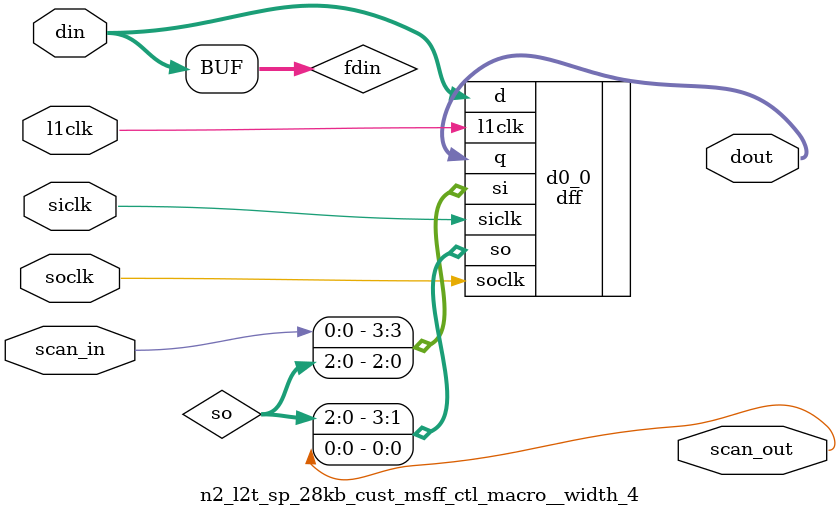
<source format=v>
`define L2T_ARR_D_WIDTH            28
`define L2T_ARR_DEPTH              512
`define WAY_HIT_WIDTH              16
`define BADREAD                	   BADBADD 



module n2_l2t_sp_28kb_cust (
  scan_in, 
  scan_out, 
  tcu_scan_en0, 
  tcu_scan_en1, 
  l2t_bist_en0, 
  l2t_bist_en1, 
  bist_index0, 
  bist_index1, 
  bist_rd_en0, 
  bist_rd_en1, 
  bist_way, 
  bist_wr_en0, 
  bist_wr_en1, 
  bist_wrdata0, 
  bist_wrdata1, 
  tcu_clk_stop, 
  index0, 
  index1, 
  l2clk, 
  lkup_tag0, 
  lkup_tag1, 
  pce, 
  tcu_pce_ov, 
  rd_en0, 
  rd_en1, 
  hdr_l2t_rvalue, 
  hdr_l2t_rid, 
  hdr_l2t_wr_en, 
  hdr_l2t_red_clr, 
  tcu_se_scancollar_in0, 
  tcu_se_scancollar_in1, 
  tcu_se_scancollar_out0, 
  tcu_se_scancollar_out1, 
  tcu_aclk0, 
  tcu_aclk1, 
  tcu_bclk0, 
  tcu_bclk1, 
  w_inhibit0, 
  w_inhibit1, 
  way, 
  wr_en0, 
  wr_en1, 
  wrdata0, 
  wrdata1, 
  vnw_ary, 
  l2t_hdr_read_data, 
  tag_way0, 
  tag_way1, 
  tag_way2, 
  tag_way3, 
  tag_way4, 
  tag_way5, 
  tag_way6, 
  tag_way7, 
  tag_way8, 
  tag_way9, 
  tag_way10, 
  tag_way11, 
  tag_way12, 
  tag_way13, 
  tag_way14, 
  tag_way15, 
  way_hit, 
  wr_en_ov, 
  clk_en0, 
  clk_en1, 
  clk_en_ov);
wire l1clk_in;
wire l1clk_out;
wire pce_unused;
wire stop_unused;
wire siclk;
wire soclk;
wire scan_en2;
wire scan_en0;
wire scan_en3;
wire scan_en1;
wire [3:0] way_hit3;
wire [3:0] way_hit2;
wire [3:0] way_hit1;
wire [3:0] way_hit0;
wire [27:0] tag_way0_0;
wire [27:0] tag_way1_0;
wire [27:0] tag_way2_0;
wire [27:0] tag_way3_0;
wire [27:0] tag_way0_1;
wire [27:0] tag_way1_1;
wire [27:0] tag_way2_1;
wire [27:0] tag_way3_1;
wire [27:0] tag_way0_2;
wire [27:0] tag_way1_2;
wire [27:0] tag_way2_2;
wire [27:0] tag_way3_2;
wire [27:0] tag_way0_3;
wire [27:0] tag_way1_3;
wire [27:0] tag_way2_3;
wire [27:0] tag_way3_3;
wire [4:0] red_d_quad_2_0;
wire [4:0] req_d_quad0;
wire [4:0] req_d_quad1;
wire [4:0] req_d_quad2;
wire [5:0] red_data;
wire [4:0] req_d_quad3;
wire red_data_tmp0;
wire red_data_tmp1;
wire [1:0] req_en_quad2_0;
wire [1:0] req_en_quad3;
wire [1:0] req_en_quad0;
wire [1:0] req_en_quad1;
wire [1:0] req_en_quad2;
wire [8:0] tag_index1;
wire [8:0] tag_index0;
wire [8:0] index_3;
wire [8:0] index_1;
wire [8:0] index_2;
wire [8:0] index_0;
wire [15:0] wrway;
wire [3:0] way3;
wire [3:0] way2;
wire [3:0] way1;
wire [3:0] way0;
wire [27:0] din1_v1;
wire [27:0] din0_v1;
wire [27:0] din3;
wire [27:0] din2;
wire [27:0] din1;
wire [27:0] din0;
wire rd_en_a3_tmp;
wire not_l2t_bist_en1;
wire not_bist_wr_en1;
wire rd_en_a3;
wire rd_en_a1_tmp;
wire rd_en_a1;
wire rd_en_a2_tmp;
wire not_l2t_bist_en0;
wire not_bist_wr_en0;
wire rd_en_a2;
wire rd_en_a0_tmp;
wire rd_en_a0;
wire wr_en_a2_tmp;
wire not_bist_rd_en0;
wire wr_en_a2;
wire wr_en_a0_tmp;
wire wr_en_a0;
wire wr_en_a3_tmp;
wire not_bist_rd_en1;
wire wr_en_a3;
wire wr_en_a1_tmp;
wire wr_en_a1;
wire [27:1] lkup_tag_3;
wire [27:1] lkup_tag_1;
wire [27:1] lkup_tag_2;
wire [27:1] lkup_tag_0;
wire rd_en;
wire pce_out_a3;
wire rd_en_r;
wire clk_en_ov_r;
wire pce_out_a1;
wire pce_out_a2;
wire pce_out_a0;
wire pce_ctl_a3;
wire pce_ctl_a1;
wire pce_ctl_a2;
wire pce_ctl_a0;
wire pce_din_a3;
wire wr_en_ov_r;
wire pce_din_a1;
wire pce_din_a2;
wire pce_din_a0;
wire pce_ov_a3;
wire pce_ov_a1;
wire pce_ov_a2;
wire pce_ov_a0;
wire [4:0] red_d_in_3;
wire [5:0] hdr_l2t_rvalue_r;
wire [4:0] red_d_in_1;
wire [4:0] red_d_in_2;
wire [4:0] red_d_in_0;
wire [1:0] red_en_in_3;
wire [1:0] red_en_in_1;
wire [1:0] red_en_in_2;
wire [1:0] red_en_in_0;
wire not_w_inhibit0;
wire red_wen_3;
wire hdr_l2t_wr_en_r;
wire red_wen_2;
wire red_wen_1;
wire red_wen_0;
wire and_red_clr_r_w_inhibit0;
wire hdr_l2t_red_clr_r;
wire hdr_l2t_red_clr_r1;
wire [3:0] rid_in_quad3;
wire [3:0] hdr_l2t_rid_r;
wire [3:0] rid_in_quad1;
wire [3:0] rid_in_quad2;
wire [3:0] rid_in_quad0;
wire se_inff3;
wire se_inff1;
wire se_inff2;
wire se_inff0;
wire se_outff3;
wire se_outff1;
wire se_outff2;
wire se_outff0;
wire tcu_aclk_3;
wire tcu_aclk_1;
wire tcu_aclk_2;
wire tcu_aclk_0;
wire tcu_bclk_3;
wire tcu_bclk_1;
wire tcu_bclk_2;
wire tcu_bclk_0;
wire wr_inhibit_a3;
wire wr_inhibit_a1;
wire wr_inhibit_a2;
wire wr_inhibit_a0;
wire quad0_scanout;
wire quad0_scanin;
wire quad1_scanout;
wire quad1_scanin;
wire quad2_scanout;
wire quad2_scanin;
wire quad3_scanout;
wire quad3_scanin;
wire hdr_l2t_rvalue_scanin;
wire hdr_l2t_rvalue_scanout;
wire hdr_l2t_rid_scanin;
wire hdr_l2t_rid_scanout;
wire hdr_l2t_red_clr_scanin;
wire hdr_l2t_red_clr_scanout;
wire hdr_l2t_wr_en_scanin;
wire hdr_l2t_wr_en_scanout;
wire rd_en_scanin;
wire rd_en_scanout;
wire clk_en_ov_scanin;
wire clk_en_ov_scanout;
wire wr_en_ov_scanin;
wire wr_en_ov_scanout;
wire l2t_hdr_read_data_scanin;
wire l2t_hdr_read_data_scanout;


input         scan_in;
output        scan_out;
input         tcu_scan_en0;
input         tcu_scan_en1;
input         l2t_bist_en0;
input         l2t_bist_en1;

//XXinput   arst_l;
input  [8:0] 			bist_index0;
input  [8:0] 			bist_index1;
input   			bist_rd_en0;
input   			bist_rd_en1;
input  [15:0] 			bist_way;
input   			bist_wr_en0;
input   			bist_wr_en1;
input  [7:0] 			bist_wrdata0;
input  [7:0] 			bist_wrdata1;
input   			tcu_clk_stop;
input  [8:0] 			index0;
input  [8:0] 			index1;
input   			l2clk;
input  [27:1] lkup_tag0;
input  [27:1] lkup_tag1;
input   			pce;
input   			tcu_pce_ov;
input   			rd_en0;
input   			rd_en1;
//XXinput  [4:0] 			red_d_in0;
//XXinput  [4:0] 			red_d_in1;
//XXinput  [1:0] 			red_en_in0;
//XXinput  [1:0] 			red_en_in1;
//XXinput  				red_wen0;
//XXinput  				red_wen1;
//XXinput  [3:0] 			rid_in;

input  [5:0] 			hdr_l2t_rvalue;
input  [3:0] 			hdr_l2t_rid;
input  				hdr_l2t_wr_en;
input  				hdr_l2t_red_clr;

input   			tcu_se_scancollar_in0;
input   			tcu_se_scancollar_in1;
input   			tcu_se_scancollar_out0;
input   			tcu_se_scancollar_out1;
input   			tcu_aclk0;
input   			tcu_aclk1;
input   			tcu_bclk0;
input   			tcu_bclk1;
input   			w_inhibit0;
input   			w_inhibit1;
input  [15:0]   way;
input   			wr_en0;
input  				wr_en1;
input  [27:0] 			wrdata0;
input  [27:0] 			wrdata1;

input				vnw_ary;

//XXoutput  [4:0] 			reg_d_out;

output  [5:0] 			l2t_hdr_read_data;

//output  [1:0] 			reg_en_out;
output  [27:0] tag_way0;
output  [27:0] tag_way1;
output  [27:0] tag_way2;
output  [27:0] tag_way3;
output  [27:0] tag_way4;
output  [27:0] tag_way5;
output  [27:0] tag_way6;
output  [27:0] tag_way7;
output  [27:0] tag_way8;
output  [27:0] tag_way9;
output  [27:0] tag_way10;
output  [27:0] tag_way11;
output  [27:0] tag_way12;
output  [27:0] tag_way13;
output  [27:0] tag_way14;
output  [27:0] tag_way15;
output  [15:0]   way_hit;

// Power save pins

input		wr_en_ov;
input		clk_en0;
input		clk_en1;
input		clk_en_ov;


/////////////////////////////////////////
//	   Clock Header		       //
/////////////////////////////////////////

//INPUT HEADER

n2_l2t_sp_28kb_cust_l1clkhdr_ctl_macro clkgen_in (
        .l2clk  (l2clk),
        .l1en   (1'b1),	
        .pce_ov (1'b1),
        .stop   (1'b0),
	.se 	(tcu_se_scancollar_in0),
        .l1clk  (l1clk_in)
        );


//OUTPUT HEADER
n2_l2t_sp_28kb_cust_l1clkhdr_ctl_macro clkgen_out (
        .l2clk  (l2clk),
        .l1en   (1'b1),	
        .pce_ov (1'b1),
        .stop   (1'b0),
	.se 	(tcu_se_scancollar_out1),
        .l1clk  (l1clk_out)
        );
			     
//assign          pce_ov = tcu_pce_ov;
assign 		pce_unused = pce;
assign          stop_unused = tcu_clk_stop;
//assign          se = tcu_scan_en0;

assign          siclk = tcu_aclk0;
assign          soclk = tcu_bclk0;

assign          scan_en2 = tcu_scan_en0;
assign          scan_en0 = tcu_scan_en0;
assign          scan_en3 = tcu_scan_en1;
assign          scan_en1 = tcu_scan_en1;


//---------------------------------------
//	output signals
//---------------------------------------

assign {way_hit[15:14], way_hit[11:10]}	= way_hit3[3:0];
assign {way_hit[7:6]  , way_hit[3:2]  } = way_hit2[3:0];
assign {way_hit[13:12], way_hit[9:8]  }	= way_hit1[3:0];
assign {way_hit[5:4]  , way_hit[1:0]  }	= way_hit0[3:0];

//quad_00
assign tag_way0[`L2T_ARR_D_WIDTH - 1:0] = tag_way0_0[`L2T_ARR_D_WIDTH - 1:0]; 
assign tag_way1[`L2T_ARR_D_WIDTH - 1:0] = tag_way1_0[`L2T_ARR_D_WIDTH - 1:0]; 
assign tag_way4[`L2T_ARR_D_WIDTH - 1:0] = tag_way2_0[`L2T_ARR_D_WIDTH - 1:0]; 
assign tag_way5[`L2T_ARR_D_WIDTH - 1:0] = tag_way3_0[`L2T_ARR_D_WIDTH - 1:0]; 

//quad_01
assign tag_way8[`L2T_ARR_D_WIDTH - 1:0]  = tag_way0_1[`L2T_ARR_D_WIDTH - 1:0]; 
assign tag_way9[`L2T_ARR_D_WIDTH - 1:0]  = tag_way1_1[`L2T_ARR_D_WIDTH - 1:0]; 
assign tag_way12[`L2T_ARR_D_WIDTH - 1:0] = tag_way2_1[`L2T_ARR_D_WIDTH - 1:0]; 
assign tag_way13[`L2T_ARR_D_WIDTH - 1:0] = tag_way3_1[`L2T_ARR_D_WIDTH - 1:0]; 

//quad_10
assign tag_way2[`L2T_ARR_D_WIDTH - 1:0]  = tag_way0_2[`L2T_ARR_D_WIDTH - 1:0]; 
assign tag_way3[`L2T_ARR_D_WIDTH - 1:0]  = tag_way1_2[`L2T_ARR_D_WIDTH - 1:0]; 
assign tag_way6[`L2T_ARR_D_WIDTH - 1:0]  = tag_way2_2[`L2T_ARR_D_WIDTH - 1:0]; 
assign tag_way7[`L2T_ARR_D_WIDTH - 1:0]  = tag_way3_2[`L2T_ARR_D_WIDTH - 1:0]; 

//quad_11
assign tag_way10[`L2T_ARR_D_WIDTH - 1:0] = tag_way0_3[`L2T_ARR_D_WIDTH - 1:0]; 
assign tag_way11[`L2T_ARR_D_WIDTH - 1:0] = tag_way1_3[`L2T_ARR_D_WIDTH - 1:0]; 
assign tag_way14[`L2T_ARR_D_WIDTH - 1:0] = tag_way2_3[`L2T_ARR_D_WIDTH - 1:0]; 
assign tag_way15[`L2T_ARR_D_WIDTH - 1:0] = tag_way3_3[`L2T_ARR_D_WIDTH - 1:0]; 

// redundancy data signals from four quads are "ored". redundancy enable
// signals are ored and anded together to generate 1 bit enable out signal.
// Change to structural coding CC

//assign red_data[5:1] = (req_d_quad0[4:0] |  req_d_quad2[4:0]) | (req_d_quad1[4:0] | req_d_quad3[4:0]);
n2_l2t_sp_28kb_cust_or_macro__ports_3__width_5 or_req_d_quad2_0  (
        .dout (red_d_quad_2_0[4:0]),
        .din0 (req_d_quad0[4:0]),
        .din1 (req_d_quad1[4:0]),
        .din2 (req_d_quad2[4:0]));

n2_l2t_sp_28kb_cust_or_macro__ports_2__width_5 or_req_d_quad3_0  (
        .dout (red_data[5:1]),
        .din0 (red_d_quad_2_0[4:0]),
        .din1 (req_d_quad3[4:0]));

//assign red_data[0] = ((req_en_quad0[1] || req_en_quad2[1]) || (req_en_quad1[1] || req_en_quad3[1])) &&
//                     ((req_en_quad0[0] || req_en_quad1[0]) || (req_en_quad2[0] || req_en_quad3[0]));

n2_l2t_sp_28kb_cust_and_macro__ports_2__width_1 and_red_0  
	(
	.dout (red_data[0]),
	.din0 (red_data_tmp0),
	.din1 (red_data_tmp1)
	);

n2_l2t_sp_28kb_cust_or_macro__ports_2__width_1 or_red_data_0 
	(
        .dout (red_data_tmp0),
        .din0 (req_en_quad2_0[0]),
        .din1 (req_en_quad3[0]));

n2_l2t_sp_28kb_cust_or_macro__ports_3__width_1 or_red_data_2_0 
	(
        .dout (req_en_quad2_0[0]),
        .din0 (req_en_quad0[0]),
        .din1 (req_en_quad1[0]),
        .din2 (req_en_quad2[0]));

n2_l2t_sp_28kb_cust_or_macro__ports_2__width_1 or_red_data_1 
	(
        .dout (red_data_tmp1),
        .din0 (req_en_quad2_0[1]),
        .din1 (req_en_quad3[1]));

n2_l2t_sp_28kb_cust_or_macro__ports_3__width_1 or_red_data_2_0_1 
	(
        .dout (req_en_quad2_0[1]),
        .din0 (req_en_quad0[1]),
        .din1 (req_en_quad1[1]),
        .din2 (req_en_quad2[1]));


//---------------------------------------
//	internal signals
//---------------------------------------

// Index and bist_index mux. Muxed output is tag_index.
n2_l2t_sp_28kb_cust_mux_macro__mux_aonpe__ports_2__stack_156c__width_9 mux_index_bist_index1 (
        .dout   (tag_index1[8:0]),
        .din0   (index1[8:0]),
        .din1   (bist_index1[8:0]),
        .sel0   (~l2t_bist_en1),
        .sel1   (l2t_bist_en1));

n2_l2t_sp_28kb_cust_mux_macro__mux_aonpe__ports_2__stack_156c__width_9 mux_index_bist_index0 (
        .dout   (tag_index0[8:0]),
        .din0   (index0[8:0]),
        .din1   (bist_index0[8:0]),
        .sel0   (~l2t_bist_en0),
        .sel1   (l2t_bist_en0));

assign index_3[8:0] = tag_index1[8:0];
assign index_1[8:0] = tag_index1[8:0];
assign index_2[8:0] = tag_index0[8:0];
assign index_0[8:0] = tag_index0[8:0];

// Way and bist_way mux. Mux output is wrway.

n2_l2t_sp_28kb_cust_mux_macro__mux_aonpe__ports_2__stack_156c__width_8 mux_way_bistway1 (
        .dout   (wrway[15:8]),
        .din0   (way[15:8]),
        .din1   (bist_way[15:8]),
        .sel0   (~l2t_bist_en1),
        .sel1   (l2t_bist_en1));

n2_l2t_sp_28kb_cust_mux_macro__mux_aonpe__ports_2__stack_156c__width_8 mux_way_bistway0 (
        .dout   (wrway[7:0]),
        .din0   (way[7:0]),
        .din1   (bist_way[7:0]),
        .sel0   (~l2t_bist_en0),
        .sel1   (l2t_bist_en0));

assign way3[3:0] = {wrway[15:14],wrway[11:10]};
assign way2[3:0] = {wrway[7:6],wrway[3:2]};
assign way1[3:0] = {wrway[13:12],wrway[9:8]};
assign way0[3:0] = {wrway[5:4],wrway[1:0]};

// wrdata and bist_wrdata mux. Mux output is din0_v1 and din1_v1:

n2_l2t_sp_28kb_cust_mux_macro__mux_aonpe__ports_2__stack_156c__width_28 mux_wrdata_bist_wrdata1  (
        .dout   (din1_v1[`L2T_ARR_D_WIDTH - 1:0]),
        .din0   (wrdata1[`L2T_ARR_D_WIDTH - 1:0]),
        .din1   ({bist_wrdata1[3:0], bist_wrdata1[7:0], bist_wrdata1[7:0], bist_wrdata1[7:0]}),   
        .sel0   (~l2t_bist_en1),
        .sel1   (l2t_bist_en1));

n2_l2t_sp_28kb_cust_mux_macro__mux_aonpe__ports_2__stack_156c__width_28 mux_wrdata_bist_wrdata0  (
        .dout   (din0_v1[`L2T_ARR_D_WIDTH - 1:0]),
        .din0   (wrdata0[`L2T_ARR_D_WIDTH - 1:0]),
        .din1   ({bist_wrdata0[3:0], bist_wrdata0[7:0], bist_wrdata0[7:0], bist_wrdata0[7:0]}),   
        .sel0   (~l2t_bist_en0),
        .sel1   (l2t_bist_en0));

assign din3[`L2T_ARR_D_WIDTH - 1:0] = din1_v1[`L2T_ARR_D_WIDTH - 1:0]; 
assign din2[`L2T_ARR_D_WIDTH - 1:0] = din0_v1[`L2T_ARR_D_WIDTH - 1:0]; 
assign din1[`L2T_ARR_D_WIDTH - 1:0] = din1_v1[`L2T_ARR_D_WIDTH - 1:0]; 
assign din0[`L2T_ARR_D_WIDTH - 1:0] = din0_v1[`L2T_ARR_D_WIDTH - 1:0]; 

// rd_en and wr_en mux. 
// Change to structural coding CC
//assign	rd_en_a3	= ((~l2t_bist_en1) && (~bist_wr_en1)  && rd_en1) || bist_rd_en1;
//assign	rd_en_a1	= ((~l2t_bist_en1) && (~bist_wr_en1)  && rd_en1) || bist_rd_en1;
//assign	rd_en_a2	= ((~l2t_bist_en0) && (~bist_wr_en0)  && rd_en0) || bist_rd_en0;
//assign	rd_en_a0	= ((~l2t_bist_en0) && (~bist_wr_en0)  && rd_en0) || bist_rd_en0;

n2_l2t_sp_28kb_cust_and_macro__ports_3__width_1	and_rd_en_a3 
			(
			.dout (rd_en_a3_tmp),
			.din0 (not_l2t_bist_en1),
			.din1 (not_bist_wr_en1),
			.din2 (rd_en1)
			);

n2_l2t_sp_28kb_cust_or_macro__ports_2__width_1	or_rd_en_a3 
			(
			.dout (rd_en_a3),
			.din0 (rd_en_a3_tmp),
			.din1 (bist_rd_en1)
			);

n2_l2t_sp_28kb_cust_and_macro__ports_3__width_1	and_rd_en_a1 
			(
			.dout (rd_en_a1_tmp),
			.din0 (not_l2t_bist_en1),
			.din1 (not_bist_wr_en1),
			.din2 (rd_en1)
			);

n2_l2t_sp_28kb_cust_or_macro__ports_2__width_1	or_rd_en_a1 
			(
			.dout (rd_en_a1),
			.din0 (rd_en_a1_tmp),
			.din1 (bist_rd_en1)
			);
//--
n2_l2t_sp_28kb_cust_and_macro__ports_3__width_1	and_rd_en_a2 
			(
			.dout (rd_en_a2_tmp),
			.din0 (not_l2t_bist_en0),
			.din1 (not_bist_wr_en0),
			.din2 (rd_en0)
			);

n2_l2t_sp_28kb_cust_or_macro__ports_2__width_1	or_rd_en_a2 
			(
			.dout (rd_en_a2),
			.din0 (rd_en_a2_tmp),
			.din1 (bist_rd_en0)
			);

n2_l2t_sp_28kb_cust_and_macro__ports_3__width_1	and_rd_en_a0 
			(
			.dout (rd_en_a0_tmp),
			.din0 (not_l2t_bist_en0),
			.din1 (not_bist_wr_en0),
			.din2 (rd_en0)
			);

n2_l2t_sp_28kb_cust_or_macro__ports_2__width_1	or_rd_en_a0 
			(
			.dout (rd_en_a0),
			.din0 (rd_en_a0_tmp),
			.din1 (bist_rd_en0)
			);

//--
n2_l2t_sp_28kb_cust_inv_macro__width_1       inv_l2t_bist_en1   
                        (
                        .din (l2t_bist_en1),
                        .dout(not_l2t_bist_en1)  
                        );
n2_l2t_sp_28kb_cust_inv_macro__width_1       inv_l2t_bist_en0   
                        (
                        .din (l2t_bist_en0),
                        .dout(not_l2t_bist_en0)  
                        );

n2_l2t_sp_28kb_cust_inv_macro__width_1       inv_bist_wr_en1   
                        (
                        .din (bist_wr_en1),
                        .dout(not_bist_wr_en1)  
                        );
n2_l2t_sp_28kb_cust_inv_macro__width_1       inv_bist_wr_en0   
                        (
                        .din (bist_wr_en0),
                        .dout(not_bist_wr_en0)  
                        );

//assign	wr_en_a3	= ((~l2t_bist_en1) &&(~bist_rd_en1) && wr_en1) || bist_wr_en1;
//assign	wr_en_a1	= ((~l2t_bist_en1) &&(~bist_rd_en1) && wr_en1) || bist_wr_en1;
//assign	wr_en_a2	= ((~l2t_bist_en0) &&(~bist_rd_en0) && wr_en0) || bist_wr_en0;
//assign	wr_en_a0	= ((~l2t_bist_en0) &&(~bist_rd_en0) && wr_en0) || bist_wr_en0;

n2_l2t_sp_28kb_cust_and_macro__ports_3__width_1	and_wr_en_a2 
			(
			.dout (wr_en_a2_tmp),
			.din0 (not_l2t_bist_en0),
			.din1 (not_bist_rd_en0),
			.din2 (wr_en0)
			);

n2_l2t_sp_28kb_cust_or_macro__ports_2__width_1	or_wr_en_a2 
			(
			.dout (wr_en_a2),
			.din0 (wr_en_a2_tmp),
			.din1 (bist_wr_en0)
			);

n2_l2t_sp_28kb_cust_and_macro__ports_3__width_1	and_wr_en_a0 
			(
			.dout (wr_en_a0_tmp),
			.din0 (not_l2t_bist_en0),
			.din1 (not_bist_rd_en0),
			.din2 (wr_en0)
			);

n2_l2t_sp_28kb_cust_or_macro__ports_2__width_1	or_wr_en_a0 
			(
			.dout (wr_en_a0),
			.din0 (wr_en_a0_tmp),
			.din1 (bist_wr_en0)
			);
//--
n2_l2t_sp_28kb_cust_and_macro__ports_3__width_1	and_wr_en_a3 
			(
			.dout (wr_en_a3_tmp),
			.din0 (not_l2t_bist_en1),
			.din1 (not_bist_rd_en1),
			.din2 (wr_en1)
			);

n2_l2t_sp_28kb_cust_or_macro__ports_2__width_1	or_wr_en_a3 
			(
			.dout (wr_en_a3),
			.din0 (wr_en_a3_tmp),
			.din1 (bist_wr_en1)
			);

n2_l2t_sp_28kb_cust_and_macro__ports_3__width_1	and_wr_en_a1 
			(
			.dout (wr_en_a1_tmp),
			.din0 (not_l2t_bist_en1),
			.din1 (not_bist_rd_en1),
			.din2 (wr_en1)
			);

n2_l2t_sp_28kb_cust_or_macro__ports_2__width_1	or_wr_en_a1 
			(
			.dout (wr_en_a1),
			.din0 (wr_en_a1_tmp),
			.din1 (bist_wr_en1)
			);
//--
n2_l2t_sp_28kb_cust_inv_macro__width_1       inv_bist_rd_en1   
                        (
                        .din (bist_rd_en1),
                        .dout(not_bist_rd_en1)  
                        );
n2_l2t_sp_28kb_cust_inv_macro__width_1       inv_bist_rd_en0   
                        (
                        .din (bist_rd_en0),
                        .dout(not_bist_rd_en0)  
                        );

// lkup_tag distribution to different quads

assign lkup_tag_3[`L2T_ARR_D_WIDTH - 1:1] 	= lkup_tag1[`L2T_ARR_D_WIDTH - 1:1]; 
assign lkup_tag_1[`L2T_ARR_D_WIDTH - 1:1] 	= lkup_tag1[`L2T_ARR_D_WIDTH - 1:1]; 
assign lkup_tag_2[`L2T_ARR_D_WIDTH - 1:1] 	= lkup_tag0[`L2T_ARR_D_WIDTH - 1:1]; 
assign lkup_tag_0[`L2T_ARR_D_WIDTH - 1:1] 	= lkup_tag0[`L2T_ARR_D_WIDTH - 1:1]; 

//---------------------------------------
// Generation of pce signal
//---------------------------------------
// Change to structural coding CC

//assign rd_en = rd_en_a0 || rd_en_a1;

n2_l2t_sp_28kb_cust_or_macro__ports_2__width_1 or_rd_en  
(
        .dout (rd_en),
        .din0 (rd_en_a0),
        .din1 (rd_en_a1)
);


//assign pce_out_a3 = rd_en_r || clk_en_ov_r;
//assign pce_out_a1 = rd_en_r || clk_en_ov_r;
//assign pce_out_a2 = rd_en_r || clk_en_ov_r;
//assign pce_out_a0 = rd_en_r || clk_en_ov_r;

n2_l2t_sp_28kb_cust_or_macro__ports_2__width_1 or_pce_out_a3  
(
        .dout (pce_out_a3),
        .din0 (rd_en_r),
        .din1 (clk_en_ov_r)
);

n2_l2t_sp_28kb_cust_or_macro__ports_2__width_1 or_pce_out_a1  
(
        .dout (pce_out_a1),
        .din0 (rd_en_r),
        .din1 (clk_en_ov_r)
);

n2_l2t_sp_28kb_cust_or_macro__ports_2__width_1 or_pce_out_a2  
(
        .dout (pce_out_a2),
        .din0 (rd_en_r),
        .din1 (clk_en_ov_r)
);

n2_l2t_sp_28kb_cust_or_macro__ports_2__width_1 or_pce_out_a0  
(
        .dout (pce_out_a0),
        .din0 (rd_en_r),
        .din1 (clk_en_ov_r)
);


//assign pce_ctl_a3 = clk_en1 || clk_en_ov_r;
//assign pce_ctl_a1 = clk_en1 || clk_en_ov_r;
//assign pce_ctl_a2 = clk_en0 || clk_en_ov_r;
//assign pce_ctl_a0 = clk_en0 || clk_en_ov_r;

n2_l2t_sp_28kb_cust_or_macro__ports_2__width_1 or_pce_ctl_a3  
(
        .dout (pce_ctl_a3),
        .din0 (clk_en1),
        .din1 (clk_en_ov_r)
);

n2_l2t_sp_28kb_cust_or_macro__ports_2__width_1 or_pce_ctl_a1  
(
        .dout (pce_ctl_a1),
        .din0 (clk_en1),
        .din1 (clk_en_ov_r)
);

n2_l2t_sp_28kb_cust_or_macro__ports_2__width_1 or_pce_ctl_a2  
(
        .dout (pce_ctl_a2),
        .din0 (clk_en0),
        .din1 (clk_en_ov_r)
);

n2_l2t_sp_28kb_cust_or_macro__ports_2__width_1 or_pce_ctl_a0  
(
        .dout (pce_ctl_a0),
        .din0 (clk_en0),
        .din1 (clk_en_ov_r)
);

//assign pce_din_a3 = wr_en_ov_r || bist_wr_en1 || wr_en1;
//assign pce_din_a1 = wr_en_ov_r || bist_wr_en1 || wr_en1;
//assign pce_din_a2 = wr_en_ov_r || bist_wr_en0 || wr_en0;
//assign pce_din_a0 = wr_en_ov_r || bist_wr_en0 || wr_en0;

n2_l2t_sp_28kb_cust_or_macro__ports_3__width_1 or_pce_din_a3  
(
        .dout (pce_din_a3),
        .din0 (wr_en_ov_r),
        .din1 (bist_wr_en1),
        .din2 (wr_en1)
);

n2_l2t_sp_28kb_cust_or_macro__ports_3__width_1 or_pce_din_a1  
(
        .dout (pce_din_a1),
        .din0 (wr_en_ov_r),
        .din1 (bist_wr_en1),
        .din2 (wr_en1)
);

n2_l2t_sp_28kb_cust_or_macro__ports_3__width_1 or_pce_din_a2  
(
        .dout (pce_din_a2),
        .din0 (wr_en_ov_r),
        .din1 (bist_wr_en0),
        .din2 (wr_en0)
);

n2_l2t_sp_28kb_cust_or_macro__ports_3__width_1 or_pce_din_a0  
(
        .dout (pce_din_a0),
        .din0 (wr_en_ov_r),
        .din1 (bist_wr_en0),
        .din2 (wr_en0)
);

assign pce_ov_a3  = tcu_pce_ov;
assign pce_ov_a1  = tcu_pce_ov;
assign pce_ov_a2  = tcu_pce_ov;
assign pce_ov_a0  = tcu_pce_ov;

//---------------------------------------
//	Redundancy section
//---------------------------------------

assign red_d_in_3[4:0]        = hdr_l2t_rvalue_r[5:1];
assign red_d_in_1[4:0]        = hdr_l2t_rvalue_r[5:1];
assign red_d_in_2[4:0]        = hdr_l2t_rvalue_r[5:1];
assign red_d_in_0[4:0]        = hdr_l2t_rvalue_r[5:1];

assign red_en_in_3[1:0]       = {hdr_l2t_rvalue_r[0],hdr_l2t_rvalue_r[0]};
assign red_en_in_1[1:0]       = {hdr_l2t_rvalue_r[0],hdr_l2t_rvalue_r[0]};
assign red_en_in_2[1:0]       = {hdr_l2t_rvalue_r[0],hdr_l2t_rvalue_r[0]};
assign red_en_in_0[1:0]       = {hdr_l2t_rvalue_r[0],hdr_l2t_rvalue_r[0]};

// Input is hdr_l2t_wr_en. Flopped version is hdr_l2t_wr_en_r
// Chane to structural coding CC
// assign red_wen_3 = hdr_l2t_wr_en_r && (~w_inhibit0);
// assign red_wen_1 = hdr_l2t_wr_en_r && (~w_inhibit0);
// assign red_wen_2 = hdr_l2t_wr_en_r && (~w_inhibit0);
// assign red_wen_0 = hdr_l2t_wr_en_r && (~w_inhibit0);

n2_l2t_sp_28kb_cust_inv_macro__width_1 inv_w_inhibit0   
                        (
                        .din (w_inhibit0),
                        .dout(not_w_inhibit0)  
                        );

n2_l2t_sp_28kb_cust_and_macro__ports_2__width_1 and_red_wen_3  
	(
	.dout (red_wen_3),
	.din0 (hdr_l2t_wr_en_r),
	.din1 (not_w_inhibit0)
	);

n2_l2t_sp_28kb_cust_and_macro__ports_2__width_1 and_red_wen_2  
	(
	.dout (red_wen_2),
	.din0 (hdr_l2t_wr_en_r),
	.din1 (not_w_inhibit0)
	);

n2_l2t_sp_28kb_cust_and_macro__ports_2__width_1 and_red_wen_1  
	(
	.dout (red_wen_1),
	.din0 (hdr_l2t_wr_en_r),
	.din1 (not_w_inhibit0)
	);

n2_l2t_sp_28kb_cust_and_macro__ports_2__width_1 and_red_wen_0  
	(
	.dout (red_wen_0),
	.din0 (hdr_l2t_wr_en_r),
	.din1 (not_w_inhibit0)
	);

// Input is hdr_l2t_red_clr, flopped output is hdr_l2t_red_clr_r. 
// assign hdr_l2t_red_clr_r1      = ~(hdr_l2t_red_clr_r && (~w_inhibit0)) ;

n2_l2t_sp_28kb_cust_and_macro__ports_2__width_1 and_hdr_l2t_red_clr_r_w_inhibit0  
	(
	.dout (and_red_clr_r_w_inhibit0),
	.din0 (hdr_l2t_red_clr_r),
	.din1 (not_w_inhibit0)
	);

n2_l2t_sp_28kb_cust_inv_macro__width_1 inv_hdr_l2t_red_clr_r1   
                        (
                        .din (and_red_clr_r_w_inhibit0),
                        .dout(hdr_l2t_red_clr_r1)  
                        );

//Input is hdr_l2t_rid and flopped output is hdr_l2t_rid_r
assign rid_in_quad3[3:0] = { ( hdr_l2t_rid_r[3]), ( hdr_l2t_rid_r[2]), hdr_l2t_rid_r[1:0]};  
assign rid_in_quad1[3:0] = { (~hdr_l2t_rid_r[3]), ( hdr_l2t_rid_r[2]), hdr_l2t_rid_r[1:0]};  
assign rid_in_quad2[3:0] = { ( hdr_l2t_rid_r[3]), (~hdr_l2t_rid_r[2]), hdr_l2t_rid_r[1:0]};  
assign rid_in_quad0[3:0] = { (~hdr_l2t_rid_r[3]), (~hdr_l2t_rid_r[2]), hdr_l2t_rid_r[1:0]};  


//-----------
//dft signals
//-----------

assign se_inff3 	= tcu_se_scancollar_in1;	
assign se_inff1 	= tcu_se_scancollar_in1;	
assign se_inff2 	= tcu_se_scancollar_in0;	
assign se_inff0 	= tcu_se_scancollar_in0;	

assign se_outff3 	= tcu_se_scancollar_out1;	
assign se_outff1 	= tcu_se_scancollar_out1;	
assign se_outff2 	= tcu_se_scancollar_out0;	
assign se_outff0 	= tcu_se_scancollar_out0;	

assign tcu_aclk_3 	= tcu_aclk1;
assign tcu_aclk_1 	= tcu_aclk1;
assign tcu_aclk_2 	= tcu_aclk0;
assign tcu_aclk_0 	= tcu_aclk0;

assign tcu_bclk_3 	= tcu_bclk1;
assign tcu_bclk_1 	= tcu_bclk1;
assign tcu_bclk_2 	= tcu_bclk0;
assign tcu_bclk_0 	= tcu_bclk0;

assign wr_inhibit_a3 	= w_inhibit1;
assign wr_inhibit_a1 	= w_inhibit1;
assign wr_inhibit_a2 	= w_inhibit0;
assign wr_inhibit_a0 	= w_inhibit0;




//---------------------------------------
//	L2T ARRAY INSTANTIATION 
//---------------------------------------
n2_l2t_quad quad0 (/*AUTOINST*/
		   // Outputs
		   .scan_out		(quad0_scanout),	 // Templated
		   .req_d_quad		(req_d_quad0[4 : 0]),	 // Templated
		   .req_en_quad		(req_en_quad0[1 : 0]),	 // Templated
		   .tag_way0		(tag_way0_0[`L2T_ARR_D_WIDTH - 1 : 0]), // Templated
		   .tag_way1		(tag_way1_0[`L2T_ARR_D_WIDTH - 1 : 0]), // Templated
		   .tag_way2		(tag_way2_0[`L2T_ARR_D_WIDTH - 1 : 0]), // Templated
		   .tag_way3		(tag_way3_0[`L2T_ARR_D_WIDTH - 1 : 0]), // Templated
		   .way_hit		(way_hit0[3 : 0]),	 // Templated
		   // Inputs
		   .vnw_ary             (vnw_ary),
		   .scan_in		(quad0_scanin),		 // Templated
		   .arst_l		(hdr_l2t_red_clr_r1),	
		   .din			(din0[`L2T_ARR_D_WIDTH - 1 : 0]), // Templated
		   .index		(index_0[8 : 0]),	 // Templated
		   .lkup_tag		(lkup_tag_0[`L2T_ARR_D_WIDTH - 1 : 1]), // Templated
		   .l2clk		(l2clk),
		   .pce_ov		(pce_ov_a0),		 // Templated
		   .pce_out		(pce_out_a0),		 // Templated
		   .pce_din		(pce_din_a0),		 // Templated
		   .pce_ctl		(pce_ctl_a0),		 // Templated
		   .rd_en_a		(rd_en_a0),		 // Templated
		   .red_d_in		(red_d_in_0[4 : 0]),	 // Templated
		   .red_en_in		(red_en_in_0[1 : 0]),	 // Templated
		   .red_wen		(red_wen_0),		 // Templated
		   .rid_in		(rid_in_quad0[3:0]),
		   .tcu_aclk		(tcu_aclk_0),		 // Templated
		   .tcu_bclk		(tcu_bclk_0),		 // Templated
		   .se_inff		(se_inff0),		 // Templated
		   .se_outff		(se_outff0),		 // Templated
		   .scan_en		(scan_en0),		 // Templated
		   .way			(way0[3:0]),
		   .wr_en_a		(wr_en_a0),		 // Templated
		   .wr_inhibit_a	(wr_inhibit_a0));	 // Templated

n2_l2t_quad quad1 (/*AUTOINST*/
		   // Outputs
		   .scan_out		(quad1_scanout),	 // Templated
		   .req_d_quad		(req_d_quad1[4 : 0]),	 // Templated
		   .req_en_quad		(req_en_quad1[1 : 0]),	 // Templated
		   .tag_way0		(tag_way0_1[`L2T_ARR_D_WIDTH - 1 : 0]), // Templated
		   .tag_way1		(tag_way1_1[`L2T_ARR_D_WIDTH - 1 : 0]), // Templated
		   .tag_way2		(tag_way2_1[`L2T_ARR_D_WIDTH - 1 : 0]), // Templated
		   .tag_way3		(tag_way3_1[`L2T_ARR_D_WIDTH - 1 : 0]), // Templated
		   .way_hit		(way_hit1[3 : 0]),	 // Templated
		   // Inputs
                   .vnw_ary             (vnw_ary),
		   .scan_in		(quad1_scanin),		 // Templated
		   .arst_l		(hdr_l2t_red_clr_r1),	
		   .din			(din1[`L2T_ARR_D_WIDTH - 1 : 0]), // Templated
		   .index		(index_1[8 : 0]),	 // Templated
		   .lkup_tag		(lkup_tag_1[`L2T_ARR_D_WIDTH - 1 : 1]), // Templated
		   .l2clk		(l2clk),
		   .pce_ov		(pce_ov_a1),		 // Templated
		   .pce_out		(pce_out_a1),		 // Templated
		   .pce_din		(pce_din_a1),		 // Templated
		   .pce_ctl		(pce_ctl_a1),		 // Templated
		   .rd_en_a		(rd_en_a1),		 // Templated
		   .red_d_in		(red_d_in_1[4 : 0]),	 // Templated
		   .red_en_in		(red_en_in_1[1 : 0]),	 // Templated
		   .red_wen		(red_wen_1),		 // Templated
		   .rid_in		(rid_in_quad1[3:0]),
		   .tcu_aclk		(tcu_aclk_1),		 // Templated
		   .tcu_bclk		(tcu_bclk_1),		 // Templated
		   .se_inff		(se_inff1),		 // Templated
		   .se_outff		(se_outff1),		 // Templated
		   .scan_en		(scan_en1),		 // Templated
		   .way			(way1[3 : 0]),		 // Templated
		   .wr_en_a		(wr_en_a1),		 // Templated
		   .wr_inhibit_a	(wr_inhibit_a1));	 // Templated

n2_l2t_quad quad2 (/*AUTOINST*/
		   // Outputs
		   .scan_out		(quad2_scanout),	 // Templated
		   .req_d_quad		(req_d_quad2[4 : 0]),	 // Templated
		   .req_en_quad		(req_en_quad2[1 : 0]),	 // Templated
		   .tag_way0		(tag_way0_2[`L2T_ARR_D_WIDTH - 1 : 0]), // Templated
		   .tag_way1		(tag_way1_2[`L2T_ARR_D_WIDTH - 1 : 0]), // Templated
		   .tag_way2		(tag_way2_2[`L2T_ARR_D_WIDTH - 1 : 0]), // Templated
		   .tag_way3		(tag_way3_2[`L2T_ARR_D_WIDTH - 1 : 0]), // Templated
		   .way_hit		(way_hit2[3 : 0]),	 // Templated
		   // Inputs
                   .vnw_ary             (vnw_ary),
		   .scan_in		(quad2_scanin),		 // Templated
		   .arst_l		(hdr_l2t_red_clr_r1),	
		   .din			(din2[`L2T_ARR_D_WIDTH - 1 : 0]), // Templated
		   .index		(index_2[8 : 0]),	 // Templated
		   .lkup_tag		(lkup_tag_2[`L2T_ARR_D_WIDTH - 1 : 1]), // Templated
		   .l2clk		(l2clk),
		   .pce_ov		(pce_ov_a2),		 // Templated
		   .pce_out		(pce_out_a2),		 // Templated
		   .pce_din		(pce_din_a2),		 // Templated
		   .pce_ctl		(pce_ctl_a2),		 // Templated
		   .rd_en_a		(rd_en_a2),		 // Templated
		   .red_d_in		(red_d_in_2[4 : 0]),	 // Templated
		   .red_en_in		(red_en_in_2[1 : 0]),	 // Templated
		   .red_wen		(red_wen_2),		 // Templated
		   .rid_in		(rid_in_quad2[3:0]),
		   .tcu_aclk		(tcu_aclk_2),		 // Templated
		   .tcu_bclk		(tcu_bclk_2),		 // Templated
		   .se_inff		(se_inff2),		 // Templated
		   .se_outff		(se_outff2),		 // Templated
		   .scan_en		(scan_en2),		 // Templated
		   .way			(way2[3 : 0]),		 // Templated
		   .wr_en_a		(wr_en_a2),		 // Templated
		   .wr_inhibit_a	(wr_inhibit_a2));	 // Templated

n2_l2t_quad quad3 (/*AUTOINST*/
		   // Outputs
		   .scan_out		(quad3_scanout),	 // Templated
		   .req_d_quad		(req_d_quad3[4 : 0]),	 // Templated
		   .req_en_quad		(req_en_quad3[1 : 0]),	 // Templated
		   .tag_way0		(tag_way0_3[`L2T_ARR_D_WIDTH - 1 : 0]), // Templated
		   .tag_way1		(tag_way1_3[`L2T_ARR_D_WIDTH - 1 : 0]), // Templated
		   .tag_way2		(tag_way2_3[`L2T_ARR_D_WIDTH - 1 : 0]), // Templated
		   .tag_way3		(tag_way3_3[`L2T_ARR_D_WIDTH - 1 : 0]), // Templated
		   .way_hit		(way_hit3[3 : 0]),	 // Templated
		   // Inputs
                   .vnw_ary             (vnw_ary),
		   .scan_in		(quad3_scanin),		 // Templated
		   .arst_l		(hdr_l2t_red_clr_r1),	
		   .din			(din3[`L2T_ARR_D_WIDTH - 1 : 0]), // Templated
		   .index		(index_3[8 : 0]),	 // Templated
		   .lkup_tag		(lkup_tag_3[`L2T_ARR_D_WIDTH - 1 : 1]), // Templated
		   .l2clk		(l2clk),
		   .pce_ov		(pce_ov_a3),		 // Templated
		   .pce_out		(pce_out_a3),		 // Templated
		   .pce_din		(pce_din_a3),		 // Templated
		   .pce_ctl		(pce_ctl_a3),		 // Templated
		   .rd_en_a		(rd_en_a3),		 // Templated
		   .red_d_in		(red_d_in_3[4 : 0]),	 // Templated
		   .red_en_in		(red_en_in_3[1 : 0]),	 // Templated
		   .red_wen		(red_wen_3),		 // Templated
		   .rid_in		(rid_in_quad3[3:0]),
		   .tcu_aclk		(tcu_aclk_3),		 // Templated
		   .tcu_bclk		(tcu_bclk_3),		 // Templated
		   .se_inff		(se_inff3),		 // Templated
		   .se_outff		(se_outff3),		 // Templated
		   .scan_en		(scan_en3),		 // Templated
		   .way			(way3[3 : 0]),		 // Templated
		   .wr_en_a		(wr_en_a3),		 // Templated
		   .wr_inhibit_a	(wr_inhibit_a3));	 // Templated

//************************************************************************
// 			REGISTERS SECTION
//************************************************************************

//REDUNDANCY INPUTS FLOPS
n2_l2t_sp_28kb_cust_msff_ctl_macro__width_6 ff_hdr_l2t_rvalue        
        (
        .scan_in(hdr_l2t_rvalue_scanin),
        .scan_out(hdr_l2t_rvalue_scanout),
        .l1clk  (l1clk_in),
        .dout   (hdr_l2t_rvalue_r[5:0]),
        .din    (hdr_l2t_rvalue[5:0]),
  .siclk(siclk),
  .soclk(soclk)
        );

n2_l2t_sp_28kb_cust_msff_ctl_macro__width_4 ff_hdr_l2t_rid        
        (
        .scan_in(hdr_l2t_rid_scanin),
        .scan_out(hdr_l2t_rid_scanout),
        .l1clk  (l1clk_in),
        .dout   (hdr_l2t_rid_r[3:0]),
        .din    (hdr_l2t_rid[3:0]),
  .siclk(siclk),
  .soclk(soclk)
        );

n2_l2t_sp_28kb_cust_msff_ctl_macro__width_1 ff_hdr_l2t_red_clr        
        (
        .scan_in(hdr_l2t_red_clr_scanin),
        .scan_out(hdr_l2t_red_clr_scanout),
        .l1clk  (l1clk_in),
        .dout   (hdr_l2t_red_clr_r),
        .din    (hdr_l2t_red_clr),
  .siclk(siclk),
  .soclk(soclk)
        );

n2_l2t_sp_28kb_cust_msff_ctl_macro__width_1 ff_write_enable	
	(
        .scan_in(hdr_l2t_wr_en_scanin),
        .scan_out(hdr_l2t_wr_en_scanout),
        .dout   (hdr_l2t_wr_en_r),
        .din    (hdr_l2t_wr_en),
        .l1clk  (l1clk_in),
  .siclk(siclk),
  .soclk(soclk)
        );

// POWER SAVING INPUT FLOPS	

// Remove flop for tcu_pce_ov
//msff_ctl_macro ff_pce_ov	(width=1)
//	(
//       .scan_in(1'b1),
//       .scan_out(tcu_pce_ov_scanout),
//       .dout   (pce_ov_r),
//       .din    (tcu_pce_ov),
//       .l1clk  (l1clk_in));

n2_l2t_sp_28kb_cust_msff_ctl_macro__width_1 ff_rd_en	
	(
        .scan_in(rd_en_scanin),
        .scan_out(rd_en_scanout),
        .dout   (rd_en_r),
        .din    (rd_en),
        .l1clk  (l1clk_in),
  .siclk(siclk),
  .soclk(soclk)
        );

n2_l2t_sp_28kb_cust_msff_ctl_macro__width_1 ff_clk_en_ov	
	(
        .scan_in(clk_en_ov_scanin),
        .scan_out(clk_en_ov_scanout),
        .dout   (clk_en_ov_r),
        .din    (clk_en_ov),
        .l1clk  (l1clk_in),
  .siclk(siclk),
  .soclk(soclk)
        );

n2_l2t_sp_28kb_cust_msff_ctl_macro__width_1 ff_ff_wr_en_ov  
	(
        .scan_in(wr_en_ov_scanin),
        .scan_out(wr_en_ov_scanout),
        .dout   (wr_en_ov_r),
        .din    (wr_en_ov),
        .l1clk  (l1clk_in),
  .siclk(siclk),
  .soclk(soclk)
        );

//OUTPUT FLOPS
n2_l2t_sp_28kb_cust_msff_ctl_macro__width_6 ff_l2t_hdr_read_data        
        (
        .scan_in (l2t_hdr_read_data_scanin),
        .scan_out(l2t_hdr_read_data_scanout),
        .dout    (l2t_hdr_read_data[5:0]),
        .din     (red_data[5:0]),
        .l1clk   (l1clk_out),
  .siclk(siclk),
  .soclk(soclk)
        );


// =============== VERILOG-MODE AUTO TEMPLATES

/*

n2_l2t_quad AUTO_TEMPLATE  (	
				.scan_in (quad@_scanin),
				.se_inff(se_inff@),
				.se_outff(se_outff@),
				.scan_en(scan_en@),
                                .din(din@[`L2T_ARR_D_WIDTH - 1 : 0]),
		                .arst_l       (hdr_l2t_red_clr_r1),
                                .index(index_@[8 : 0]),
                                .lkup_tag(lkup_tag@[`L2T_ARR_D_WIDTH - 1 : 1]),
                                .rd_en_a(rd_en_a@),
                                .wr_en_a(wr_en_a@),
                                .way(way@[3 : 0]),
                                .red_d_in(red_d_in_@[4 : 0]),
                                .red_en_in(red_en_in_@[1 : 0]),
                                .red_wen(red_wen_@),
                                .tcu_aclk(tcu_aclk_@),
                                .tcu_bclk(tcu_bclk_@),
				.pce_ov(pce_ov_a@),
				.pce_out(pce_out_a@),
				.pce_din(pce_din_a@),
				.pce_ctl(pce_ctl_a@),
                                .wr_inhibit_a(wr_inhibit_a@),
                                .way_hit(way_hit@[3 : 0]),
                                .tag_way0(tag_way0_@[`L2T_ARR_D_WIDTH - 1 : 0]),
                                .tag_way1(tag_way1_@[`L2T_ARR_D_WIDTH - 1 : 0]),
                                .tag_way2(tag_way2_@[`L2T_ARR_D_WIDTH - 1 : 0]),
                                .tag_way3(tag_way3_@[`L2T_ARR_D_WIDTH - 1 : 0]),
                                .req_d_quad(req_d_quad@[4 : 0]),
                                .req_en_quad(req_en_quad@[1 : 0]),
				.scan_out (quad@_scanout),
                           );

*/
// fixscan start:
assign quad2_scanin              = scan_in                  ;
assign quad0_scanin              = quad2_scanout            ;
assign quad1_scanin              = quad0_scanout            ;
assign quad3_scanin              = quad1_scanout            ;
assign hdr_l2t_rvalue_scanin     = quad3_scanout            ;
assign hdr_l2t_rid_scanin        = hdr_l2t_rvalue_scanout   ;
assign hdr_l2t_wr_en_scanin      = hdr_l2t_rid_scanout      ;
assign hdr_l2t_red_clr_scanin    = hdr_l2t_wr_en_scanout    ;
assign l2t_hdr_read_data_scanin  = hdr_l2t_red_clr_scanout  ;
assign wr_en_ov_scanin           = l2t_hdr_read_data_scanout;
assign clk_en_ov_scanin          = wr_en_ov_scanout         ;
assign rd_en_scanin              = clk_en_ov_scanout        ;
assign scan_out                  = rd_en_scanout            ;
// fixscan end:


endmodule






// any PARAMS parms go into naming of macro

module n2_l2t_sp_28kb_cust_l1clkhdr_ctl_macro (
  l2clk, 
  l1en, 
  pce_ov, 
  stop, 
  se, 
  l1clk);


  input l2clk;
  input l1en;
  input pce_ov;
  input stop;
  input se;
  output l1clk;



 

cl_sc1_l1hdr_8x c_0 (


   .l2clk(l2clk),
   .pce(l1en),
   .l1clk(l1clk),
  .se(se),
  .pce_ov(pce_ov),
  .stop(stop)
);



endmodule









//  
//   or macro for ports = 2,3
//
//





module n2_l2t_sp_28kb_cust_or_macro__ports_3__width_5 (
  din0, 
  din1, 
  din2, 
  dout);
  input [4:0] din0;
  input [4:0] din1;
  input [4:0] din2;
  output [4:0] dout;






or3 /*#(5)*/  d0_0 (
.in0(din0[4:0]),
.in1(din1[4:0]),
.in2(din2[4:0]),
.out(dout[4:0])
);









endmodule





//  
//   or macro for ports = 2,3
//
//





module n2_l2t_sp_28kb_cust_or_macro__ports_2__width_5 (
  din0, 
  din1, 
  dout);
  input [4:0] din0;
  input [4:0] din1;
  output [4:0] dout;






or2 /*#(5)*/  d0_0 (
.in0(din0[4:0]),
.in1(din1[4:0]),
.out(dout[4:0])
);









endmodule





//  
//   and macro for ports = 2,3,4
//
//





module n2_l2t_sp_28kb_cust_and_macro__ports_2__width_1 (
  din0, 
  din1, 
  dout);
  input [0:0] din0;
  input [0:0] din1;
  output [0:0] dout;






and2 /*#(1)*/  d0_0 (
.in0(din0[0:0]),
.in1(din1[0:0]),
.out(dout[0:0])
);









endmodule





//  
//   or macro for ports = 2,3
//
//





module n2_l2t_sp_28kb_cust_or_macro__ports_2__width_1 (
  din0, 
  din1, 
  dout);
  input [0:0] din0;
  input [0:0] din1;
  output [0:0] dout;






or2 /*#(1)*/  d0_0 (
.in0(din0[0:0]),
.in1(din1[0:0]),
.out(dout[0:0])
);









endmodule





//  
//   or macro for ports = 2,3
//
//





module n2_l2t_sp_28kb_cust_or_macro__ports_3__width_1 (
  din0, 
  din1, 
  din2, 
  dout);
  input [0:0] din0;
  input [0:0] din1;
  input [0:0] din2;
  output [0:0] dout;






or3 /*#(1)*/  d0_0 (
.in0(din0[0:0]),
.in1(din1[0:0]),
.in2(din2[0:0]),
.out(dout[0:0])
);









endmodule





// general mux macro for pass-gate and and-or muxes with/wout priority encoders
// also for pass-gate with decoder





// any PARAMS parms go into naming of macro

module n2_l2t_sp_28kb_cust_mux_macro__mux_aonpe__ports_2__stack_156c__width_9 (
  din0, 
  sel0, 
  din1, 
  sel1, 
  dout);
wire buffout0;
wire buffout1;

  input [8:0] din0;
  input sel0;
  input [8:0] din1;
  input sel1;
  output [8:0] dout;





cl_dp1_muxbuff2_8x  c0_0 (
 .in0(sel0),
 .in1(sel1),
 .out0(buffout0),
 .out1(buffout1)
);
mux2s /*#(9)*/  d0_0 (
  .sel0(buffout0),
  .sel1(buffout1),
  .in0(din0[8:0]),
  .in1(din1[8:0]),
.dout(dout[8:0])
);









  



endmodule


// general mux macro for pass-gate and and-or muxes with/wout priority encoders
// also for pass-gate with decoder





// any PARAMS parms go into naming of macro

module n2_l2t_sp_28kb_cust_mux_macro__mux_aonpe__ports_2__stack_156c__width_8 (
  din0, 
  sel0, 
  din1, 
  sel1, 
  dout);
wire buffout0;
wire buffout1;

  input [7:0] din0;
  input sel0;
  input [7:0] din1;
  input sel1;
  output [7:0] dout;





cl_dp1_muxbuff2_8x  c0_0 (
 .in0(sel0),
 .in1(sel1),
 .out0(buffout0),
 .out1(buffout1)
);
mux2s /*#(8)*/  d0_0 (
  .sel0(buffout0),
  .sel1(buffout1),
  .in0(din0[7:0]),
  .in1(din1[7:0]),
.dout(dout[7:0])
);









  



endmodule


// general mux macro for pass-gate and and-or muxes with/wout priority encoders
// also for pass-gate with decoder





// any PARAMS parms go into naming of macro

module n2_l2t_sp_28kb_cust_mux_macro__mux_aonpe__ports_2__stack_156c__width_28 (
  din0, 
  sel0, 
  din1, 
  sel1, 
  dout);
wire buffout0;
wire buffout1;

  input [27:0] din0;
  input sel0;
  input [27:0] din1;
  input sel1;
  output [27:0] dout;





cl_dp1_muxbuff2_8x  c0_0 (
 .in0(sel0),
 .in1(sel1),
 .out0(buffout0),
 .out1(buffout1)
);
mux2s /*#(28)*/  d0_0 (
  .sel0(buffout0),
  .sel1(buffout1),
  .in0(din0[27:0]),
  .in1(din1[27:0]),
.dout(dout[27:0])
);









  



endmodule


//  
//   and macro for ports = 2,3,4
//
//





module n2_l2t_sp_28kb_cust_and_macro__ports_3__width_1 (
  din0, 
  din1, 
  din2, 
  dout);
  input [0:0] din0;
  input [0:0] din1;
  input [0:0] din2;
  output [0:0] dout;






and3 /*#(1)*/  d0_0 (
.in0(din0[0:0]),
.in1(din1[0:0]),
.in2(din2[0:0]),
.out(dout[0:0])
);









endmodule





//
//   invert macro
//
//





module n2_l2t_sp_28kb_cust_inv_macro__width_1 (
  din, 
  dout);
  input [0:0] din;
  output [0:0] dout;






inv /*#(1)*/  d0_0 (
.in(din[0:0]),
.out(dout[0:0])
);









endmodule







`define L2T_ARR_D_WIDTH            28
`define L2T_ARR_DEPTH              512
`define WAY_HIT_WIDTH              16
`define BADREAD                	   BADBADD 



module n2_l2t_quad (
  vnw_ary, 
  scan_in, 
  scan_out, 
  arst_l, 
  din, 
  index, 
  lkup_tag, 
  l2clk, 
  pce_ov, 
  pce_out, 
  pce_din, 
  pce_ctl, 
  rd_en_a, 
  red_d_in, 
  red_en_in, 
  red_wen, 
  rid_in, 
  tcu_aclk, 
  tcu_bclk, 
  se_inff, 
  se_outff, 
  scan_en, 
  way, 
  wr_en_a, 
  wr_inhibit_a, 
  req_d_quad, 
  req_en_quad, 
  tag_way0, 
  tag_way1, 
  tag_way2, 
  tag_way3, 
  way_hit);
wire l1clk_din0;
wire l1clk_din1;
wire l1clk_in;
wire se_unused;
wire siclk;
wire soclk;
wire clk_stop;
wire [4:0] reg_d1;
wire [4:0] reg_d0;
wire [1:0] reg_en1;
wire [1:0] reg_en0;
wire [27:0] tag_way0_0;
wire [27:0] tag_way1_0;
wire [27:0] tag_way0_1;
wire [27:0] tag_way1_1;
wire [1:0] way_hit_a1;
wire [1:0] way_hit_a0;
wire [8:0] index_a;
wire [1:0] way_a0;
wire [1:0] way_a1;
wire [4:0] reg_d_in;
wire [1:0] reg_en_in;
wire not_quad_active;
wire quad_active_unused;
wire not_arst_l;
wire [1:0] not_rid_in;
wire rid_rgt1;
wire rid_rgt0;
wire rid_lft1;
wire rid_lft0;
wire rid_rgt1_wen;
wire reg_wen_rgt1;
wire rid_rgt0_wen;
wire reg_wen_rgt0;
wire rid_lft1_wen;
wire reg_wen_lft1;
wire rid_lft0_wen;
wire reg_wen_lft0;
wire bank0_scanout;
wire bank0_scanin;
wire [27:0] din_r;
wire bank1_scanout;
wire bank1_scanin;
wire reg_din_27_scanin;
wire reg_din_27_scanout;
wire reg_din_26_scanin;
wire reg_din_26_scanout;
wire reg_din_25_scanin;
wire reg_din_25_scanout;
wire reg_din_24_scanin;
wire reg_din_24_scanout;
wire reg_din_23_scanin;
wire reg_din_23_scanout;
wire reg_din_22_scanin;
wire reg_din_22_scanout;
wire reg_din_21_scanin;
wire reg_din_21_scanout;
wire reg_din_20_scanin;
wire reg_din_20_scanout;
wire reg_din_19_scanin;
wire reg_din_19_scanout;
wire reg_din_18_scanin;
wire reg_din_18_scanout;
wire reg_din_17_scanin;
wire reg_din_17_scanout;
wire reg_din_16_scanin;
wire reg_din_16_scanout;
wire reg_din_15_scanin;
wire reg_din_15_scanout;
wire reg_din_14_scanin;
wire reg_din_14_scanout;
wire reg_din_13_scanin;
wire reg_din_13_scanout;
wire reg_din_12_scanin;
wire reg_din_12_scanout;
wire reg_din_11_scanin;
wire reg_din_11_scanout;
wire reg_din_10_scanin;
wire reg_din_10_scanout;
wire reg_din_9_scanin;
wire reg_din_9_scanout;
wire reg_din_8_scanin;
wire reg_din_8_scanout;
wire reg_din_7_scanin;
wire reg_din_7_scanout;
wire reg_din_6_scanin;
wire reg_din_6_scanout;
wire reg_din_5_scanin;
wire reg_din_5_scanout;
wire reg_din_4_scanin;
wire reg_din_4_scanout;
wire reg_din_3_scanin;
wire reg_din_3_scanout;
wire reg_din_2_scanin;
wire reg_din_2_scanout;
wire reg_din_1_scanin;
wire reg_din_1_scanout;
wire reg_din_0_scanin;
wire reg_din_0_scanout;


input                           vnw_ary;
input         scan_in;
output        scan_out;

input    			 arst_l;
input   [`L2T_ARR_D_WIDTH - 1:0] din;
input   [8:0]			 index;
input   [`L2T_ARR_D_WIDTH - 1:1] lkup_tag;
input   			 l2clk;
input   			 pce_ov;
input   			 pce_out;
input   			 pce_din;
input   			 pce_ctl;
input   			 rd_en_a;
input   [4:0]			 red_d_in;
input   [1:0]			 red_en_in;
input   			 red_wen;
input   [3:0]			 rid_in;
input   			 tcu_aclk;
input   			 tcu_bclk;
input   			 se_inff;
input   			 se_outff;
input   			 scan_en;
input   [3:0]			 way;
input   			 wr_en_a;
input   			 wr_inhibit_a;

output  [4:0]			 req_d_quad;
output  [1:0]			 req_en_quad;
output  [`L2T_ARR_D_WIDTH - 1:0] tag_way0;
output  [`L2T_ARR_D_WIDTH - 1:0] tag_way1;
output  [`L2T_ARR_D_WIDTH - 1:0] tag_way2;
output  [`L2T_ARR_D_WIDTH - 1:0] tag_way3;
output  [3:0] 			 way_hit;

/////////////////////////////////////////
//         Clock Header                //
/////////////////////////////////////////
			      
// Clk. header for data input flops
//cl_sc1_l1hdr_48x clk_hdr_din (
//        .l2clk  (l2clk),
//        .pce    (pce_din),
//        .pce_ov (pce_ov),
//        .stop   (1'b0),
//        .l1clk  (l1clk_din),
//        .se     (se_inff)
//                              );

n2_l2t_sp_28kb_cust_l1clkhdr_ctl_macro clk_hdr_din0 (
        .l2clk  (l2clk),
        .l1en    (pce_din),
        .pce_ov (pce_ov),
        .stop   (1'b0),
        .l1clk  (l1clk_din0),
        .se     (se_inff)
                              );

n2_l2t_sp_28kb_cust_l1clkhdr_ctl_macro clk_hdr_din1 (
        .l2clk  (l2clk),
        .l1en    (pce_din),
        .pce_ov (pce_ov),
        .stop   (1'b0),
        .l1clk  (l1clk_din1),
        .se     (se_inff)
                              );



// Clk. header for control input flops
//cl_sc1_l1hdr_32x clk_hdr_ctl (
//        .l2clk  (l2clk),
//        .pce    (pce_ctl),
//        .pce_ov (pce_ov),
//        .stop   (1'b0),
//        .l1clk  (l1clk_in),
//        .se     (se_inff)
//                              );

n2_l2t_sp_28kb_cust_l1clkhdr_ctl_macro clk_hdr_ctl (
        .l2clk  (l2clk),
        .l1en    (pce_ctl),
        .pce_ov (pce_ov),
        .stop   (1'b0),
        .l1clk  (l1clk_in),
        .se     (se_inff)
                              );

assign		se_unused    = se_inff;
assign          siclk = tcu_aclk;
assign          soclk = tcu_bclk;
assign		clk_stop   = 1'b0;


//---------------------------------------
//      output signals
//---------------------------------------
// reg_d1/reg_en0 are from top quad. reg_d0/reg_en0 are from bottom quad.

//assign req_d_quad[4:0]  = (reg_d1[4:0]  | reg_d0[4:0]); 
//assign req_en_quad[1:0] = (reg_en1[1:0] | reg_en0[1:0]); 

//Change to structural coding CC
//assign req_d_quad[4]  = (reg_d1[4]  | reg_d0[4]); 
//assign req_d_quad[3]  = (reg_d1[3]  | reg_d0[3]); 
//assign req_d_quad[2]  = (reg_d1[2]  | reg_d0[2]); 
//assign req_d_quad[1]  = (reg_d1[1]  | reg_d0[1]); 
//assign req_d_quad[0]  = (reg_d1[0]  | reg_d0[0]); 

n2_l2t_sp_28kb_cust_or_macro__ports_2__width_5 or_req_d_quad    
                        (
                        .din0 (reg_d1[4:0]),
                        .din1 (reg_d0[4:0]),
                        .dout (req_d_quad[4:0])
                        );

//assign req_en_quad[1] = (reg_en1[1] | reg_en0[1]); 
//assign req_en_quad[0] = (reg_en1[0] | reg_en0[0]); 

n2_l2t_sp_28kb_cust_or_macro__ports_2__width_2 or_req_en_quad    
                        (
                        .din0 (reg_en1[1:0]),
                        .din1 (reg_en0[1:0]),
                        .dout (req_en_quad[1:0])
                        );

assign tag_way0[`L2T_ARR_D_WIDTH - 1:0] = tag_way0_0[`L2T_ARR_D_WIDTH - 1:0];
assign tag_way2[`L2T_ARR_D_WIDTH - 1:0] = tag_way1_0[`L2T_ARR_D_WIDTH - 1:0];
assign tag_way1[`L2T_ARR_D_WIDTH - 1:0] = tag_way0_1[`L2T_ARR_D_WIDTH - 1:0];
assign tag_way3[`L2T_ARR_D_WIDTH - 1:0] = tag_way1_1[`L2T_ARR_D_WIDTH - 1:0];

assign way_hit[3] = way_hit_a1[1];
assign way_hit[2] = way_hit_a0[1];
assign way_hit[1] = way_hit_a1[0];
assign way_hit[0] = way_hit_a0[0];
//---------------------------------------
//      internal signals
//---------------------------------------

assign  index_a[8:0]    = index[8:0];

assign  way_a0[1:0]  	= {way[2], way[0]};
assign  way_a1[1:0]  	= {way[3], way[1]};

//assign   reg_d_in[4:0] = {arst_l, arst_l, arst_l, arst_l, arst_l} & red_d_in[4:0];
n2_l2t_sp_28kb_cust_and_macro__ports_2__width_5 and_reg_d_in    
                        (
                        .din0 ({arst_l,arst_l, arst_l, arst_l, arst_l}),
                        .din1 (red_d_in[4:0]),
                        .dout (reg_d_in[4:0])
                        );

//assign   reg_en_in[1:0]	= {arst_l, arst_l} & red_en_in[1:0];
n2_l2t_sp_28kb_cust_and_macro__ports_2__width_2 and_reg_en_in    
                        (
                        .din0 ({arst_l,arst_l}),
                        .din1 (red_en_in[1:0]),
                        .dout (reg_en_in[1:0])
                        );

// rid_in<3:2> selects one of four quads, and rid_in<1:0> selects one of
// four arrays in a quad.

//assign   quad_active	= ~(rid_in[3] && rid_in[2]) ;
n2_l2t_sp_28kb_cust_and_macro__ports_2__width_1 and_quad_active    
                        (
                        .din0 (rid_in[3]),
                        .din1 (rid_in[2]),
                        .dout (not_quad_active)
                        );

n2_l2t_sp_28kb_cust_inv_macro__width_1 inv_quad_active 
			(
			.din(not_quad_active),	
			.dout(quad_active_unused)
			);

// Bank0 (bottom bank)
//assign   reg_wen_lft0	= quad_active && (rid_in[1:0] == 2'b00) ? red_wen : 1'b0 ;
//assign   reg_wen_rgt0	= quad_active && (rid_in[1:0] == 2'b01) ? red_wen : 1'b0 ;
//assign   rid_rgt0	= quad_active && (rid_in[1:0] == 2'b01) ? 1'b1 : 1'b0;
//assign   rid_lft0	= quad_active && (rid_in[1:0] == 2'b00) ? 1'b1 : 1'b0;
// Bank1 (top bank)
//assign   reg_wen_lft1	= quad_active && (rid_in[1:0] == 2'b10) ? red_wen : 1'b0 ;
//assign   reg_wen_rgt1	= quad_active && (rid_in[1:0] == 2'b11) ? red_wen : 1'b0 ;
//assign   rid_rgt1	= quad_active && (rid_in[1:0] == 2'b11) ? 1'b1 : 1'b0;
//assign   rid_lft1	= quad_active && (rid_in[1:0] == 2'b10) ? 1'b1 : 1'b0;

// rid_in<1:0> selects one of four arrays :
// 	rid_in<1:0> 	= 11 => top, right array
// 	rid_in<1:0> 	= 10 => top, left  array
// 	rid_in<1:0> 	= 01 => bot, right array
// 	rid_in<1:0> 	= 00 => bot, left  array

// Change to structural CC
//assign   rid_rgt1	= !quad_active && ( (rid_in[1]) && ( rid_in[0]));
//assign   rid_lft1	= !quad_active && ( (rid_in[1]) && (!rid_in[0]));
//assign   rid_rgt0	= !quad_active && (!(rid_in[1]) && ( rid_in[0]));
//assign   rid_lft0	= !quad_active && (!(rid_in[1]) && (!rid_in[0]));


n2_l2t_sp_28kb_cust_inv_macro__width_1 inv_arst_l  
                        (
                        .din (arst_l),
                        .dout (not_arst_l)
                        );

n2_l2t_sp_28kb_cust_inv_macro__width_2 inv_rid_in  
                        (
                        .din (rid_in[1:0]),
                        .dout (not_rid_in[1:0])
                        );

n2_l2t_sp_28kb_cust_and_macro__ports_3__width_1 and_rid_rgt1    
                        (
                        .din0 (not_quad_active),
                        .din1 (rid_in[0]),
                        .din2 (rid_in[1]),
                        .dout (rid_rgt1)
                        );

n2_l2t_sp_28kb_cust_and_macro__ports_3__width_1 and_rid_rgt0    
                        (
                        .din0 (not_quad_active),
                        .din1 (rid_in[0]),
                        .din2 (not_rid_in[1]),
                        .dout (rid_rgt0)
                        );

n2_l2t_sp_28kb_cust_and_macro__ports_3__width_1 and_rid_lft1    
                        (
                        .din0 (not_quad_active),
                        .din1 (not_rid_in[0]),
                        .din2 (rid_in[1]),
                        .dout (rid_lft1)
                        );

n2_l2t_sp_28kb_cust_and_macro__ports_3__width_1 and_rid_lft0    
                        (
                        .din0 (not_quad_active),
                        .din1 (not_rid_in[0]),
                        .din2 (not_rid_in[1]),
                        .dout (rid_lft0)
                        );

//assign   reg_wen_rgt1	= !arst_l || (rid_rgt1 && red_wen);
//assign   reg_wen_lft1	= !arst_l || (rid_lft1 && red_wen);
//assign   reg_wen_rgt0	= !arst_l || (rid_rgt0 && red_wen);
//assign   reg_wen_lft0	= !arst_l || (rid_lft0 && red_wen);

n2_l2t_sp_28kb_cust_or_macro__ports_2__width_1 or_reg_wen_rgt1    
                        (
                        .din0 (rid_rgt1_wen),
                        .din1 (not_arst_l),
                        .dout (reg_wen_rgt1)
                        );

n2_l2t_sp_28kb_cust_or_macro__ports_2__width_1 or_reg_wen_rgt0    
                        (
                        .din0 (rid_rgt0_wen),
                        .din1 (not_arst_l),
                        .dout (reg_wen_rgt0)
                        );

n2_l2t_sp_28kb_cust_or_macro__ports_2__width_1 or_reg_wen_lft1    
                        (
                        .din0 (rid_lft1_wen),
                        .din1 (not_arst_l),
                        .dout (reg_wen_lft1)
                        );

n2_l2t_sp_28kb_cust_or_macro__ports_2__width_1 or_reg_wen_lft0    
                        (
                        .din0 (rid_lft0_wen),
                        .din1 (not_arst_l),
                        .dout (reg_wen_lft0)
                        );

n2_l2t_sp_28kb_cust_and_macro__ports_2__width_1 and_rid_rgt1_wen    
                        (
                        .din0 (rid_rgt1),
                        .din1 (red_wen),
                        .dout (rid_rgt1_wen)
                        );

n2_l2t_sp_28kb_cust_and_macro__ports_2__width_1 and_rid_rgt0_wen    
                        (
                        .din0 (rid_rgt0),
                        .din1 (red_wen),
                        .dout (rid_rgt0_wen)
                        );

n2_l2t_sp_28kb_cust_and_macro__ports_2__width_1 and_rid_lft1_wen    
                        (
                        .din0 (rid_lft1),
                        .din1 (red_wen),
                        .dout (rid_lft1_wen)
                        );

n2_l2t_sp_28kb_cust_and_macro__ports_2__width_1 and_rid_lft0_wen    
                        (
                        .din0 (rid_lft0),
                        .din1 (red_wen),
                        .dout (rid_lft0_wen)
                        );


//---------------------------------------
//      L2T BANKS INSTANTIATION
//---------------------------------------

n2_l2t_bank	bank0( /*AUTOINST*/
		      // Outputs
		      .scan_out		(bank0_scanout),	 // Templated
		      .reg_d		(reg_d0[4:0]),		 // Templated
		      .reg_en		(reg_en0[1:0]),		 // Templated
		      .tag_way0		(tag_way0_0[`L2T_ARR_D_WIDTH - 1:0]), // Templated
		      .tag_way1		(tag_way1_0[`L2T_ARR_D_WIDTH - 1:0]), // Templated
		      .way_hit_a	(way_hit_a0[1:0]),	 // Templated
		      // Inputs
		      .vnw_ary          (vnw_ary),
		      .l1clk_in		(l1clk_in),
		      .scan_in		(bank0_scanin),		 // Templated
		      .clk_stop		(clk_stop),
		      .se_outff		(se_outff),
		      .scan_en		(scan_en),
		      .din		(din_r[`L2T_ARR_D_WIDTH - 1 : 0]), // Templated
		      .index_a		(index_a[8:0]),
		      .l2clk		(l2clk),
		      .lkuptag_d1	(lkup_tag[`L2T_ARR_D_WIDTH-1:1]), // Templated
		      .pce_out		(pce_out),
		      .pce_ctl		(pce_ctl),
		      .pce_ov		(pce_ov),
		      .rd_en_a		(rd_en_a),
		      .reg_d_in		(reg_d_in[4:0]),
		      .reg_en_in	(reg_en_in[1:0]),
		      .reg_wen_lft	(reg_wen_lft0),		 // Templated
		      .reg_wen_rgt	(reg_wen_rgt0),		 // Templated
		      .rid_lft		(rid_lft0),		 // Templated
		      .rid_rgt		(rid_rgt0),		 // Templated
		      .tcu_aclk		(tcu_aclk),
		      .tcu_bclk		(tcu_bclk),
		      .way_a		(way_a0[1:0]),		 // Templated
		      .wr_en_a		(wr_en_a),
		      .wr_inhibit_a	(wr_inhibit_a));

n2_l2t_bank	bank1( /*AUTOINST*/
		      // Outputs
		      .scan_out		(bank1_scanout),	 // Templated
		      .reg_d		(reg_d1[4:0]),		 // Templated
		      .reg_en		(reg_en1[1:0]),		 // Templated
		      .tag_way0		(tag_way0_1[`L2T_ARR_D_WIDTH - 1:0]), // Templated
		      .tag_way1		(tag_way1_1[`L2T_ARR_D_WIDTH - 1:0]), // Templated
		      .way_hit_a	(way_hit_a1[1:0]),	 // Templated
		      // Inputs
                      .vnw_ary          (vnw_ary),
		      .l1clk_in		(l1clk_in),
		      .scan_in		(bank1_scanin),		 // Templated
		      .clk_stop		(clk_stop),
		      .se_outff		(se_outff),
		      .scan_en		(scan_en),
		      .din		(din_r[`L2T_ARR_D_WIDTH - 1 : 0]), // Templated
		      .index_a		(index_a[8:0]),
		      .l2clk		(l2clk),
		      .lkuptag_d1	(lkup_tag[`L2T_ARR_D_WIDTH-1:1]), // Templated
		      .pce_out		(pce_out),
		      .pce_ctl		(pce_ctl),
		      .pce_ov		(pce_ov),
		      .rd_en_a		(rd_en_a),
		      .reg_d_in		(reg_d_in[4:0]),
		      .reg_en_in	(reg_en_in[1:0]),
		      .reg_wen_lft	(reg_wen_lft1),		 // Templated
		      .reg_wen_rgt	(reg_wen_rgt1),		 // Templated
		      .rid_lft		(rid_lft1),		 // Templated
		      .rid_rgt		(rid_rgt1),		 // Templated
		      .tcu_aclk		(tcu_aclk),
		      .tcu_bclk		(tcu_bclk),
		      .way_a		(way_a1[1:0]),		 // Templated
		      .wr_en_a		(wr_en_a),
		      .wr_inhibit_a	(wr_inhibit_a));
//************************************************************************
//                      REGISTERS SECTION
//************************************************************************

n2_l2t_sp_28kb_cust_msff_ctl_macro__width_1  reg_din_27  (.scan_in(reg_din_27_scanin), .scan_out(reg_din_27_scanout),
                                      .dout(din_r[27]), .l1clk(l1clk_din0), .din(din[27]),
  .siclk(siclk),
  .soclk(soclk));
n2_l2t_sp_28kb_cust_msff_ctl_macro__width_1  reg_din_26  (.scan_in(reg_din_26_scanin), .scan_out(reg_din_26_scanout),
                                      .dout(din_r[26]), .l1clk(l1clk_din0), .din(din[26]),
  .siclk(siclk),
  .soclk(soclk));
n2_l2t_sp_28kb_cust_msff_ctl_macro__width_1  reg_din_25  (.scan_in(reg_din_25_scanin), .scan_out(reg_din_25_scanout),
                                      .dout(din_r[25]), .l1clk(l1clk_din0), .din(din[25]),
  .siclk(siclk),
  .soclk(soclk));
n2_l2t_sp_28kb_cust_msff_ctl_macro__width_1  reg_din_24  (.scan_in(reg_din_24_scanin), .scan_out(reg_din_24_scanout),
                                      .dout(din_r[24]), .l1clk(l1clk_din0), .din(din[24]),
  .siclk(siclk),
  .soclk(soclk));
n2_l2t_sp_28kb_cust_msff_ctl_macro__width_1  reg_din_23  (.scan_in(reg_din_23_scanin), .scan_out(reg_din_23_scanout),
                                      .dout(din_r[23]), .l1clk(l1clk_din0), .din(din[23]),
  .siclk(siclk),
  .soclk(soclk));
n2_l2t_sp_28kb_cust_msff_ctl_macro__width_1  reg_din_22  (.scan_in(reg_din_22_scanin), .scan_out(reg_din_22_scanout),
                                      .dout(din_r[22]), .l1clk(l1clk_din0), .din(din[22]),
  .siclk(siclk),
  .soclk(soclk));
n2_l2t_sp_28kb_cust_msff_ctl_macro__width_1  reg_din_21  (.scan_in(reg_din_21_scanin), .scan_out(reg_din_21_scanout),
                                      .dout(din_r[21]), .l1clk(l1clk_din0), .din(din[21]),
  .siclk(siclk),
  .soclk(soclk));
n2_l2t_sp_28kb_cust_msff_ctl_macro__width_1  reg_din_20  (.scan_in(reg_din_20_scanin), .scan_out(reg_din_20_scanout),
                                      .dout(din_r[20]), .l1clk(l1clk_din0), .din(din[20]),
  .siclk(siclk),
  .soclk(soclk));
n2_l2t_sp_28kb_cust_msff_ctl_macro__width_1  reg_din_19  (.scan_in(reg_din_19_scanin), .scan_out(reg_din_19_scanout),
                                      .dout(din_r[19]), .l1clk(l1clk_din0), .din(din[19]),
  .siclk(siclk),
  .soclk(soclk));
n2_l2t_sp_28kb_cust_msff_ctl_macro__width_1  reg_din_18  (.scan_in(reg_din_18_scanin), .scan_out(reg_din_18_scanout),
                                      .dout(din_r[18]), .l1clk(l1clk_din0), .din(din[18]),
  .siclk(siclk),
  .soclk(soclk));
n2_l2t_sp_28kb_cust_msff_ctl_macro__width_1  reg_din_17  (.scan_in(reg_din_17_scanin), .scan_out(reg_din_17_scanout),
                                      .dout(din_r[17]), .l1clk(l1clk_din0), .din(din[17]),
  .siclk(siclk),
  .soclk(soclk));
n2_l2t_sp_28kb_cust_msff_ctl_macro__width_1  reg_din_16  (.scan_in(reg_din_16_scanin), .scan_out(reg_din_16_scanout),
                                      .dout(din_r[16]), .l1clk(l1clk_din0), .din(din[16]),
  .siclk(siclk),
  .soclk(soclk));
n2_l2t_sp_28kb_cust_msff_ctl_macro__width_1  reg_din_15  (.scan_in(reg_din_15_scanin), .scan_out(reg_din_15_scanout),
                                      .dout(din_r[15]), .l1clk(l1clk_din0), .din(din[15]),
  .siclk(siclk),
  .soclk(soclk));
n2_l2t_sp_28kb_cust_msff_ctl_macro__width_1  reg_din_14  (.scan_in(reg_din_14_scanin), .scan_out(reg_din_14_scanout),
                                      .dout(din_r[14]), .l1clk(l1clk_din0), .din(din[14]),
  .siclk(siclk),
  .soclk(soclk));
n2_l2t_sp_28kb_cust_msff_ctl_macro__width_1  reg_din_13  (.scan_in(reg_din_13_scanin), .scan_out(reg_din_13_scanout),
                                      .dout(din_r[13]), .l1clk(l1clk_din0), .din(din[13]),
  .siclk(siclk),
  .soclk(soclk));

n2_l2t_sp_28kb_cust_msff_ctl_macro__width_1  reg_din_12  (.scan_in(reg_din_12_scanin), .scan_out(reg_din_12_scanout),
                                      .dout(din_r[12]), .l1clk(l1clk_din1), .din(din[12]),
  .siclk(siclk),
  .soclk(soclk));
n2_l2t_sp_28kb_cust_msff_ctl_macro__width_1  reg_din_11  (.scan_in(reg_din_11_scanin), .scan_out(reg_din_11_scanout),
                                      .dout(din_r[11]), .l1clk(l1clk_din1), .din(din[11]),
  .siclk(siclk),
  .soclk(soclk));
n2_l2t_sp_28kb_cust_msff_ctl_macro__width_1  reg_din_10  (.scan_in(reg_din_10_scanin), .scan_out(reg_din_10_scanout),
                                      .dout(din_r[10]), .l1clk(l1clk_din1), .din(din[10]),
  .siclk(siclk),
  .soclk(soclk));
n2_l2t_sp_28kb_cust_msff_ctl_macro__width_1  reg_din_9  (.scan_in(reg_din_9_scanin), .scan_out(reg_din_9_scanout),
                                      .dout(din_r[9]), .l1clk(l1clk_din1), .din(din[9]),
  .siclk(siclk),
  .soclk(soclk));
n2_l2t_sp_28kb_cust_msff_ctl_macro__width_1  reg_din_8  (.scan_in(reg_din_8_scanin), .scan_out(reg_din_8_scanout),
                                      .dout(din_r[8]), .l1clk(l1clk_din1), .din(din[8]),
  .siclk(siclk),
  .soclk(soclk));
n2_l2t_sp_28kb_cust_msff_ctl_macro__width_1  reg_din_7  (.scan_in(reg_din_7_scanin), .scan_out(reg_din_7_scanout),
                                      .dout(din_r[7]), .l1clk(l1clk_din1), .din(din[7]),
  .siclk(siclk),
  .soclk(soclk));
n2_l2t_sp_28kb_cust_msff_ctl_macro__width_1  reg_din_6  (.scan_in(reg_din_6_scanin), .scan_out(reg_din_6_scanout),
                                      .dout(din_r[6]), .l1clk(l1clk_din1), .din(din[6]),
  .siclk(siclk),
  .soclk(soclk));
n2_l2t_sp_28kb_cust_msff_ctl_macro__width_1  reg_din_5  (.scan_in(reg_din_5_scanin), .scan_out(reg_din_5_scanout),
                                      .dout(din_r[5]), .l1clk(l1clk_din1), .din(din[5]),
  .siclk(siclk),
  .soclk(soclk));
n2_l2t_sp_28kb_cust_msff_ctl_macro__width_1  reg_din_4  (.scan_in(reg_din_4_scanin), .scan_out(reg_din_4_scanout),
                                      .dout(din_r[4]), .l1clk(l1clk_din1), .din(din[4]),
  .siclk(siclk),
  .soclk(soclk));
n2_l2t_sp_28kb_cust_msff_ctl_macro__width_1  reg_din_3  (.scan_in(reg_din_3_scanin), .scan_out(reg_din_3_scanout),
                                      .dout(din_r[3]), .l1clk(l1clk_din1), .din(din[3]),
  .siclk(siclk),
  .soclk(soclk));
n2_l2t_sp_28kb_cust_msff_ctl_macro__width_1  reg_din_2  (.scan_in(reg_din_2_scanin), .scan_out(reg_din_2_scanout),
                                      .dout(din_r[2]), .l1clk(l1clk_din1), .din(din[2]),
  .siclk(siclk),
  .soclk(soclk));
n2_l2t_sp_28kb_cust_msff_ctl_macro__width_1  reg_din_1  (.scan_in(reg_din_1_scanin), .scan_out(reg_din_1_scanout),
                                      .dout(din_r[1]), .l1clk(l1clk_din1), .din(din[1]),
  .siclk(siclk),
  .soclk(soclk));
n2_l2t_sp_28kb_cust_msff_ctl_macro__width_1  reg_din_0  (.scan_in(reg_din_0_scanin), .scan_out(reg_din_0_scanout),
                                      .dout(din_r[0]), .l1clk(l1clk_din1), .din(din[0]),
  .siclk(siclk),
  .soclk(soclk));

// =============== VERILOG-MODE AUTO TEMPLATES

/*

n2_l2t_bank AUTO_TEMPLATE  (
                                .din(din_r[`L2T_ARR_D_WIDTH - 1 : 0]),
				.reg_wen_lft (reg_wen_lft@),
				.reg_wen_rgt (reg_wen_rgt@),
				.rid_lft (rid_lft@),
				.rid_rgt (rid_rgt@),
				.way_a (way_a@[1:0]),
				.tcu_pce_ov(pce_ov),
		      		.lkuptag_d1(lkup_tag[`L2T_ARR_D_WIDTH-1:1]),
				.reg_d(reg_d@[4:0]),
				.reg_en(reg_en@[1:0]),
				.tag_way0(tag_way0_@[`L2T_ARR_D_WIDTH - 1:0]),
				.tag_way1(tag_way1_@[`L2T_ARR_D_WIDTH - 1:0]),
				.way_hit_a (way_hit_a@[1:0]),
				.scan_out (bank@_scanout),
				.scan_in (bank@_scanin),
                           );

*/

// Manual scan section
assign bank1_scanin              = scan_in                  ;

assign reg_din_0_scanin          = bank1_scanout            ;
assign reg_din_1_scanin 	 = reg_din_0_scanout        ;
assign reg_din_2_scanin          = reg_din_1_scanout        ; 
assign reg_din_3_scanin 	 = reg_din_2_scanout        ;
assign reg_din_4_scanin          = reg_din_3_scanout        ;
assign reg_din_5_scanin 	 = reg_din_4_scanout        ;
assign reg_din_6_scanin          = reg_din_5_scanout        ;
assign reg_din_7_scanin 	 = reg_din_6_scanout        ;
assign reg_din_8_scanin          = reg_din_7_scanout        ;
assign reg_din_9_scanin 	 = reg_din_8_scanout        ;
assign reg_din_10_scanin         = reg_din_9_scanout        ;
assign reg_din_11_scanin         = reg_din_10_scanout       ;
assign reg_din_12_scanin         = reg_din_11_scanout       ;
assign reg_din_13_scanin         = reg_din_12_scanout       ;
assign reg_din_14_scanin         = reg_din_13_scanout       ;
assign reg_din_15_scanin         = reg_din_14_scanout       ;
assign reg_din_16_scanin         = reg_din_15_scanout       ;
assign reg_din_17_scanin         = reg_din_16_scanout       ;
assign reg_din_18_scanin         = reg_din_17_scanout       ;
assign reg_din_19_scanin         = reg_din_18_scanout       ;
assign reg_din_20_scanin         = reg_din_19_scanout       ;
assign reg_din_21_scanin         = reg_din_20_scanout       ;
assign reg_din_22_scanin         = reg_din_21_scanout       ;
assign reg_din_23_scanin         = reg_din_22_scanout       ;
assign reg_din_24_scanin         = reg_din_23_scanout       ;
assign reg_din_25_scanin         = reg_din_24_scanout       ;
assign reg_din_26_scanin         = reg_din_25_scanout       ;
assign reg_din_27_scanin         = reg_din_26_scanout       ;
assign bank0_scanin              = reg_din_27_scanout       ;
assign scan_out                  = bank0_scanout            ;
endmodule


//  
//   or macro for ports = 2,3
//
//





module n2_l2t_sp_28kb_cust_or_macro__ports_2__width_2 (
  din0, 
  din1, 
  dout);
  input [1:0] din0;
  input [1:0] din1;
  output [1:0] dout;






or2 /*#(2)*/  d0_0 (
.in0(din0[1:0]),
.in1(din1[1:0]),
.out(dout[1:0])
);









endmodule





//  
//   and macro for ports = 2,3,4
//
//





module n2_l2t_sp_28kb_cust_and_macro__ports_2__width_5 (
  din0, 
  din1, 
  dout);
  input [4:0] din0;
  input [4:0] din1;
  output [4:0] dout;






and2 /*#(5)*/  d0_0 (
.in0(din0[4:0]),
.in1(din1[4:0]),
.out(dout[4:0])
);









endmodule





//  
//   and macro for ports = 2,3,4
//
//





module n2_l2t_sp_28kb_cust_and_macro__ports_2__width_2 (
  din0, 
  din1, 
  dout);
  input [1:0] din0;
  input [1:0] din1;
  output [1:0] dout;






and2 /*#(2)*/  d0_0 (
.in0(din0[1:0]),
.in1(din1[1:0]),
.out(dout[1:0])
);









endmodule





//
//   invert macro
//
//





module n2_l2t_sp_28kb_cust_inv_macro__width_2 (
  din, 
  dout);
  input [1:0] din;
  output [1:0] dout;






inv /*#(2)*/  d0_0 (
.in(din[1:0]),
.out(dout[1:0])
);









endmodule






`define L2T_ARR_D_WIDTH            28
`define L2T_ARR_DEPTH              512
`define WAY_HIT_WIDTH              16
`define BADREAD                	   BADBADD 



module n2_l2t_bank (
  l1clk_in, 
  scan_in, 
  clk_stop, 
  se_outff, 
  scan_en, 
  vnw_ary, 
  scan_out, 
  din, 
  index_a, 
  l2clk, 
  lkuptag_d1, 
  pce_out, 
  pce_ctl, 
  pce_ov, 
  rd_en_a, 
  reg_d_in, 
  reg_en_in, 
  reg_wen_lft, 
  reg_wen_rgt, 
  rid_lft, 
  rid_rgt, 
  tcu_aclk, 
  tcu_bclk, 
  way_a, 
  wr_en_a, 
  wr_inhibit_a, 
  reg_d, 
  reg_en, 
  tag_way0, 
  tag_way1, 
  way_hit_a);
wire l1clk_int_v1;
wire l1clk_int_v2;
wire l1clk_out0;
wire l1clk_out1;
wire se_unused;
wire siclk;
wire soclk;
wire w1_cmp27to19;
wire w1_cmp27to25;
wire w1_cmp24to22;
wire w1_cmp21to19;
wire w0_cmp27to19;
wire w0_cmp27to25;
wire w0_cmp24to22;
wire w0_cmp21to19;
wire w1_cmp18to10;
wire w1_cmp18to16;
wire w1_cmp15to13;
wire w1_cmp12to10;
wire w0_cmp18to10;
wire w0_cmp18to16;
wire w0_cmp15to13;
wire w0_cmp12to10;
wire w1_cmp9to1;
wire w1_cmp9to7;
wire w1_cmp6to4;
wire w1_cmp3to1;
wire w0_cmp9to1;
wire w0_cmp9to7;
wire w0_cmp6to4;
wire w0_cmp3to1;
wire w1_cmp27to1;
wire rd_en_d1_a;
wire w0_cmp27to1;
wire [4:0] reg_d_lft;
wire [4:0] reg_d_rgt;
wire rid_lft_b;
wire rid_rgt_b;
wire [1:0] reg_en_lft;
wire [1:0] reg_en_rgt;
wire ln1clk;
wire ln2clk;
wire wr_inhibit_a_l;
wire not_reg_wen_lft;
wire wen_clk_lft;
wire not_reg_wen_rgt;
wire wen_clk_rgt;
wire en_lft;
wire en_rgt;
wire [4:0] not_reg_d_lft;
wire [1:0] rpda_lft;
wire [3:0] rpdb_lft;
wire [3:0] rpdc_lft;
wire [4:0] not_reg_d_rgt;
wire [1:0] rpda_rgt;
wire [3:0] rpdb_rgt;
wire [3:0] rpdc_rgt;
wire [27:0] sao_mx0_h;
wire [27:0] sao_mx0_l;
wire [27:0] sao_mx1_h;
wire [27:0] sao_mx1_l;
wire [8:0] addr_b;
wire rd_en_b;
wire wr_en_b;
wire wr_en_d1_a;
wire [1:0] wr_way_b;
wire [1:0] wr_way_b_l;
wire [27:0] sao_mx1;
wire [27:0] sao_mx0;
wire reg_addr_b_8_scanin;
wire reg_addr_b_8_scanout;
wire reg_addr_b_8_unused;
wire reg_addr_b_7_scanin;
wire reg_addr_b_7_scanout;
wire reg_addr_b_7_unused;
wire reg_addr_b_6_scanin;
wire reg_addr_b_6_scanout;
wire reg_addr_b_6_unused;
wire reg_addr_b_5_scanin;
wire reg_addr_b_5_scanout;
wire reg_addr_b_5_unused;
wire reg_addr_b_4_scanin;
wire reg_addr_b_4_scanout;
wire reg_addr_b_4_unused;
wire reg_addr_b_3_scanin;
wire reg_addr_b_3_scanout;
wire reg_addr_b_3_unused;
wire reg_addr_b_2_scanin;
wire reg_addr_b_2_scanout;
wire reg_addr_b_2_unused;
wire reg_addr_b_1_scanin;
wire reg_addr_b_1_scanout;
wire reg_addr_b_1_unused;
wire reg_addr_b_0_scanin;
wire reg_addr_b_0_scanout;
wire reg_addr_b_0_unused;
wire reg_wr_way_b_scanin;
wire reg_wr_way_b_scanout;
wire reg_wr_en_b_scanin;
wire reg_wr_en_b_scanout;
wire reg_wr_en_b_unused;
wire reg_rd_en_b_scanin;
wire reg_rd_en_b_scanout;
wire reg_rd_en_b_unused;
wire reg_wr_en_a_scanin;
wire reg_wr_en_a_scanout;
wire reg_rd_en_a_scanin;
wire reg_rd_en_a_scanout;
wire reg_tag_way1_27_scanin;
wire reg_tag_way1_27_scanout;
wire reg_tag_way0_27_scanin;
wire reg_tag_way0_27_scanout;
wire reg_tag_way1_26_scanin;
wire reg_tag_way1_26_scanout;
wire reg_tag_way0_26_scanin;
wire reg_tag_way0_26_scanout;
wire reg_tag_way1_25_scanin;
wire reg_tag_way1_25_scanout;
wire reg_tag_way0_25_scanin;
wire reg_tag_way0_25_scanout;
wire reg_tag_way1_24_scanin;
wire reg_tag_way1_24_scanout;
wire reg_tag_way0_24_scanin;
wire reg_tag_way0_24_scanout;
wire reg_tag_way1_23_scanin;
wire reg_tag_way1_23_scanout;
wire reg_tag_way0_23_scanin;
wire reg_tag_way0_23_scanout;
wire reg_tag_way1_22_scanin;
wire reg_tag_way1_22_scanout;
wire reg_tag_way0_22_scanin;
wire reg_tag_way0_22_scanout;
wire reg_tag_way1_21_scanin;
wire reg_tag_way1_21_scanout;
wire reg_tag_way0_21_scanin;
wire reg_tag_way0_21_scanout;
wire reg_tag_way1_20_scanin;
wire reg_tag_way1_20_scanout;
wire reg_tag_way0_20_scanin;
wire reg_tag_way0_20_scanout;
wire reg_tag_way1_19_scanin;
wire reg_tag_way1_19_scanout;
wire reg_tag_way0_19_scanin;
wire reg_tag_way0_19_scanout;
wire reg_tag_way1_18_scanin;
wire reg_tag_way1_18_scanout;
wire reg_tag_way0_18_scanin;
wire reg_tag_way0_18_scanout;
wire reg_tag_way1_17_scanin;
wire reg_tag_way1_17_scanout;
wire reg_tag_way0_17_scanin;
wire reg_tag_way0_17_scanout;
wire reg_tag_way1_16_scanin;
wire reg_tag_way1_16_scanout;
wire reg_tag_way0_16_scanin;
wire reg_tag_way0_16_scanout;
wire reg_tag_way1_15_scanin;
wire reg_tag_way1_15_scanout;
wire reg_tag_way0_15_scanin;
wire reg_tag_way0_15_scanout;
wire reg_tag_way1_14_scanin;
wire reg_tag_way1_14_scanout;
wire reg_tag_way0_14_scanin;
wire reg_tag_way0_14_scanout;
wire reg_tag_way1_13_scanin;
wire reg_tag_way1_13_scanout;
wire reg_tag_way0_13_scanin;
wire reg_tag_way0_13_scanout;
wire reg_tag_way1_12_scanin;
wire reg_tag_way1_12_scanout;
wire reg_tag_way0_12_scanin;
wire reg_tag_way0_12_scanout;
wire reg_tag_way1_11_scanin;
wire reg_tag_way1_11_scanout;
wire reg_tag_way0_11_scanin;
wire reg_tag_way0_11_scanout;
wire reg_tag_way1_10_scanin;
wire reg_tag_way1_10_scanout;
wire reg_tag_way0_10_scanin;
wire reg_tag_way0_10_scanout;
wire reg_tag_way1_9_scanin;
wire reg_tag_way1_9_scanout;
wire reg_tag_way0_9_scanin;
wire reg_tag_way0_9_scanout;
wire reg_tag_way1_8_scanin;
wire reg_tag_way1_8_scanout;
wire reg_tag_way0_8_scanin;
wire reg_tag_way0_8_scanout;
wire reg_tag_way1_7_scanin;
wire reg_tag_way1_7_scanout;
wire reg_tag_way0_7_scanin;
wire reg_tag_way0_7_scanout;
wire reg_tag_way1_6_scanin;
wire reg_tag_way1_6_scanout;
wire reg_tag_way0_6_scanin;
wire reg_tag_way0_6_scanout;
wire reg_tag_way1_5_scanin;
wire reg_tag_way1_5_scanout;
wire reg_tag_way0_5_scanin;
wire reg_tag_way0_5_scanout;
wire reg_tag_way1_4_scanin;
wire reg_tag_way1_4_scanout;
wire reg_tag_way0_4_scanin;
wire reg_tag_way0_4_scanout;
wire reg_tag_way1_3_scanin;
wire reg_tag_way1_3_scanout;
wire reg_tag_way0_3_scanin;
wire reg_tag_way0_3_scanout;
wire reg_tag_way1_2_scanin;
wire reg_tag_way1_2_scanout;
wire reg_tag_way0_2_scanin;
wire reg_tag_way0_2_scanout;
wire reg_tag_way1_1_scanin;
wire reg_tag_way1_1_scanout;
wire reg_tag_way0_1_scanin;
wire reg_tag_way0_1_scanout;
wire reg_tag_way1_0_scanin;
wire reg_tag_way1_0_scanout;
wire reg_tag_way0_0_scanin;
wire reg_tag_way0_0_scanout;
wire reg_way_hit_a0_scanin;
wire reg_way_hit_a0_scanout;
wire reg_way_hit_a1_scanin;
wire reg_way_hit_a1_scanout;


//   input         l2clk;                  // cmp clock
input         	   l1clk_in;                  // io clock
input         	   scan_in;
input              clk_stop;
input              se_outff;
input              scan_en;
input              vnw_ary;

//   input         tcu_aclk;
//   input         tcu_bclk;
//   input         tcu_scan_en;
//   input         tcu_muxtest;
//   input         tcu_dectest;
output        scan_out;

input	[`L2T_ARR_D_WIDTH - 1:0]	din;
input   [8:0]	 			index_a;
input   	 			l2clk;
input   [`L2T_ARR_D_WIDTH - 1:1] 	lkuptag_d1;
input   	 			pce_out;
input   	 			pce_ctl;
input   	 			pce_ov;
input   	 			rd_en_a;
input   [4:0]	 			reg_d_in;
input   [1:0]	 			reg_en_in;
input   	 			reg_wen_lft;
input   	 			reg_wen_rgt;
input   	 			rid_lft;
input   	 			rid_rgt;
input   	 			tcu_aclk;
input   	 			tcu_bclk;
input   [1:0]	 			way_a;
input   	 			wr_en_a;
input   	 			wr_inhibit_a;

output  [4:0] 				reg_d;
output  [1:0] 				reg_en;
output  [`L2T_ARR_D_WIDTH - 1:0] 	tag_way0;
output  [`L2T_ARR_D_WIDTH - 1:0] 	tag_way1;
output  [1:0] 				way_hit_a;



/////////////////////////////////////////
//	   Clock Header		       //
/////////////////////////////////////////

//INTERNAL HEADER
//
n2_l2t_sp_28kb_cust_l1clkhdr_ctl_macro clk_hdr_int_v1 (
        .l2clk  (l2clk),
        .l1en    (pce_ctl),	
        .pce_ov (pce_ov),
        .stop   (clk_stop),
	.se	(scan_en),
        .l1clk  (l1clk_int_v1));

n2_l2t_sp_28kb_cust_l1clkhdr_ctl_macro clk_hdr_int_v2 (
        .l2clk  (l2clk),
        .l1en    (pce_ctl),	
        .pce_ov (pce_ov),
        .stop   (clk_stop),
	.se	(scan_en),
        .l1clk  (l1clk_int_v2));


//OUTPUT HEADER
//
n2_l2t_sp_28kb_cust_l1clkhdr_ctl_macro clk_hdr_out0 (
        .l2clk  (l2clk),
        .l1en    (pce_out),	
        .pce_ov (pce_ov),
        .stop   (clk_stop),
	.se	(se_outff),
        .l1clk  (l1clk_out0));

n2_l2t_sp_28kb_cust_l1clkhdr_ctl_macro clk_hdr_out1 (
        .l2clk  (l2clk),
        .l1en    (pce_out),	
        .pce_ov (pce_ov),
        .stop   (clk_stop),
	.se	(se_outff),
        .l1clk  (l1clk_out1));

assign		se_unused    	= se_outff;
assign          siclk 		= tcu_aclk;
assign          soclk 		= tcu_bclk;

//---------------------------------------
//	output signals
//---------------------------------------

//  Behaviourial coding for compare:
//assign way_hit_a_l[1]	= (lkuptag_d1[`L2T_ARR_D_WIDTH - 1 :1] == sao_mx1_h[`L2T_ARR_D_WIDTH - 1 :1] ) ?
//				1'b0 : 1'b1;
//assign way_hit_a_l[0]	= (lkuptag_d1[`L2T_ARR_D_WIDTH - 1 :1] == sao_mx0_h[`L2T_ARR_D_WIDTH - 1 :1] ) ?
//				1'b0 : 1'b1;

// Structural coding for 27bit compare (for two ways):
n2_l2t_sp_28kb_cust_nor_macro__ports_3__width_1 w1_nor_cmp27to19 (
	.dout (w1_cmp27to19),
        .din0 (w1_cmp27to25),
	.din1 (w1_cmp24to22),
	.din2 (w1_cmp21to19));	

n2_l2t_sp_28kb_cust_nor_macro__ports_3__width_1 w0_nor_cmp27to19 
	(
	.dout (w0_cmp27to19),
        .din0 (w0_cmp27to25),
	.din1 (w0_cmp24to22),
	.din2 (w0_cmp21to19));	

n2_l2t_sp_28kb_cust_nor_macro__ports_3__width_1 w1_nor_cmp18to10 
	(
	.dout (w1_cmp18to10),
        .din0 (w1_cmp18to16),
	.din1 (w1_cmp15to13),
	.din2 (w1_cmp12to10));	

n2_l2t_sp_28kb_cust_nor_macro__ports_3__width_1 w0_nor_cmp18to10 
	(
	.dout (w0_cmp18to10),
        .din0 (w0_cmp18to16),
	.din1 (w0_cmp15to13),
	.din2 (w0_cmp12to10));	


n2_l2t_sp_28kb_cust_nor_macro__ports_3__width_1 w1_nor_cmp9to1 
	(
	.dout (w1_cmp9to1),
        .din0 (w1_cmp9to7),
	.din1 (w1_cmp6to4),
	.din2 (w1_cmp3to1));	


n2_l2t_sp_28kb_cust_nor_macro__ports_3__width_1 w0_nor_cmp9to1 
	(
	.dout (w0_cmp9to1),
        .din0 (w0_cmp9to7),
	.din1 (w0_cmp6to4),
	.din2 (w0_cmp3to1));	


// Third stage nand 
//assign w1_cmp27to1  = ~(rd_en_d1_a & w1_cmp27to19 & w1_cmp18to10 & w1_cmp9to1);
//assign w0_cmp27to1  = ~(rd_en_d1_a & w0_cmp27to19 & w0_cmp18to10 & w0_cmp9to1);

n2_l2t_sp_28kb_cust_nand_macro__ports_4__width_1 w1_nand_cmp27to1 
	(
	.dout (w1_cmp27to1),
        .din0 (rd_en_d1_a),
	.din1 (w1_cmp27to19),
	.din2 (w1_cmp18to10),
	.din3 (w1_cmp9to1));	

n2_l2t_sp_28kb_cust_nand_macro__ports_4__width_1 w0_nand_cmp27to1 
	(
	.dout (w0_cmp27to1),
        .din0 (rd_en_d1_a),
	.din1 (w0_cmp27to19),
	.din2 (w0_cmp18to10),
	.din3 (w0_cmp9to1));	

// The mux is not explicit (check with Connie)
//assign	reg_sel[1:0]	= {rid_lft_b, rid_rgt_b};
//assign	reg_d[4:0]	= (reg_sel == 2'b10) ? reg_d_lft[4:0]  : (reg_sel == 2'b01) ? reg_d_rgt[4:0]  : 5'b00000; 
//assign	reg_en[1:0]	= (reg_sel == 2'b10) ? reg_en_lft[1:0] : (reg_sel == 2'b01) ? reg_en_rgt[1:0] : 2'b00; 

n2_l2t_sp_28kb_cust_mux_macro__mux_aonpe__ports_2__stack_156c__width_5 mux_reg_d_lft_reg_d_rgt  
        (
        .dout   (reg_d[4:0]),
        .din0   (reg_d_lft[4:0]),
        .din1   (reg_d_rgt[4:0]),
        .sel0   (rid_lft_b),
        .sel1   (rid_rgt_b)
        );

n2_l2t_sp_28kb_cust_mux_macro__mux_aonpe__ports_2__stack_156c__width_2 mux_reg_en_lft_reg_en_rgt  
        (
        .dout   (reg_en[1:0]),
        .din0   (reg_en_lft[1:0]),
        .din1   (reg_en_rgt[1:0]),
        .sel0   (rid_lft_b),
        .sel1   (rid_rgt_b)
        );



//---------------------------------------
//	internal signals
//---------------------------------------
assign ln1clk 		=  l1clk_int_v2;
assign ln2clk 		=  l1clk_int_v2;
//Change to structural CC
// assign wr_inhibit_a_l 	=  ~wr_inhibit_a;

n2_l2t_sp_28kb_cust_inv_macro__width_1	inv_wr_inhibit_a   
                        (
                        .din (wr_inhibit_a),
                        .dout (wr_inhibit_a_l)
                        );

//---------------------------------------
//	Redundancy section
//---------------------------------------

//Change to structural CC
//assign wen_clk_lft	= ~((~l1clk_int_v1) && reg_wen_lft);
//assign wen_clk_rgt	= ~((~l1clk_int_v2) && reg_wen_rgt);

n2_l2t_sp_28kb_cust_inv_macro__width_1 inv_reg_wen_lft  
                        (
                        .din (reg_wen_lft),
                        .dout (not_reg_wen_lft)
                        );

n2_l2t_sp_28kb_cust_or_macro__ports_2__width_1 or_wen_clk_lft  
                        (
                        .din0 (l1clk_int_v1),
                        .din1 (not_reg_wen_lft),
                        .dout (wen_clk_lft)
			);
			
n2_l2t_sp_28kb_cust_inv_macro__width_1 inv_reg_wen_rgt 
                        (
                        .din (reg_wen_rgt),
                        .dout (not_reg_wen_rgt)
                        );

n2_l2t_sp_28kb_cust_or_macro__ports_2__width_1 or_wen_clk_rgt  
                        (
                        .din0 (l1clk_int_v2),
                        .din1 (not_reg_wen_rgt),
                        .dout (wen_clk_rgt)
			);
			

//assign en_lft		= &reg_en_lft[1:0];
//assign en_rgt		= &reg_en_rgt[1:0];

n2_l2t_sp_28kb_cust_and_macro__ports_2__width_1 and_en_lft  
                        (
                        .din0 (reg_en_lft[0]),
                        .din1 (reg_en_lft[1]),
                        .dout (en_lft)
			);

n2_l2t_sp_28kb_cust_and_macro__ports_2__width_1 and_en_rgt  
                        (
                        .din0 (reg_en_rgt[0]),
                        .din1 (reg_en_rgt[1]),
                        .dout (en_rgt)
			);

// Redundancy decoding :
//Change to structural CC

// LEFT SIDE 
n2_l2t_sp_28kb_cust_inv_macro__width_5 inv_reg_d_lft  
                        (
                        .din (reg_d_lft[4:0]),
                        .dout (not_reg_d_lft[4:0])
                        );

//assign rpdb_lft[3] = en_lft && ( reg_d_lft[3]) && ( reg_d_lft[2]); 
//assign rpda_lft[1] = en_lft && ( reg_d_lft[4]); 
n2_l2t_sp_28kb_cust_and_macro__ports_2__width_1 and_rpda_lft_1   
                        (
                        .din0 (reg_d_lft[4]),
                        .din1 (en_lft),
                        .dout (rpda_lft[1])
                        );

//assign rpda_lft[0] = en_lft && (~reg_d_lft[4]); 
n2_l2t_sp_28kb_cust_and_macro__ports_2__width_1 and_rpda_lft_0   
                        (
                        .din0 (not_reg_d_lft[4]),
                        .din1 (en_lft),
                        .dout (rpda_lft[0])
                        );

n2_l2t_sp_28kb_cust_and_macro__ports_3__width_1 and_rpdb_lft_3   
                        (
                        .din0 (reg_d_lft[3]),
                        .din1 (en_lft),
                        .din2 (reg_d_lft[2]),
                        .dout (rpdb_lft[3])
                        );

//assign rpdb_lft[2] = en_lft && ( reg_d_lft[3]) && (~reg_d_lft[2]); 
n2_l2t_sp_28kb_cust_and_macro__ports_3__width_1 and_rpdb_lft_2   
                        (
                        .din0 (reg_d_lft[3]),
                        .din1 (en_lft),
                        .din2 (not_reg_d_lft[2]),
                        .dout (rpdb_lft[2])
                        );

//assign rpdb_lft[1] = en_lft && (~reg_d_lft[3]) && ( reg_d_lft[2]); 
n2_l2t_sp_28kb_cust_and_macro__ports_3__width_1 and_rpdb_lft_1   
                        (
                        .din0 (not_reg_d_lft[3]),
                        .din1 (en_lft),
                        .din2 (reg_d_lft[2]),
                        .dout (rpdb_lft[1])
                        );

//assign rpdb_lft[0] = en_lft && (~reg_d_lft[3]) && (~reg_d_lft[2]); 
n2_l2t_sp_28kb_cust_and_macro__ports_3__width_1 and_rpdb_lft_0   
                        (
                        .din0 (not_reg_d_lft[3]),
                        .din1 (en_lft),
                        .din2 (not_reg_d_lft[2]),
                        .dout (rpdb_lft[0])
                        );

//assign rpdc_lft[3] = en_lft && ( reg_d_lft[1]) && ( reg_d_lft[0]); 
n2_l2t_sp_28kb_cust_and_macro__ports_3__width_1 and_rpdc_lft_3   
                        (
                        .din0 (reg_d_lft[1]),
                        .din1 (en_lft),
                        .din2 (reg_d_lft[0]),
                        .dout (rpdc_lft[3])
                        );

//assign rpdc_lft[2] = en_lft && ( reg_d_lft[1]) && (~reg_d_lft[0]); 
n2_l2t_sp_28kb_cust_and_macro__ports_3__width_1 and_rpdc_lft_2   
                        (
                        .din0 (reg_d_lft[1]),
                        .din1 (en_lft),
                        .din2 (not_reg_d_lft[0]),
                        .dout (rpdc_lft[2])
                        );

//assign rpdc_lft[1] = en_lft && (~reg_d_lft[1]) && ( reg_d_lft[0]); 
n2_l2t_sp_28kb_cust_and_macro__ports_3__width_1 and_rpdc_lft_1   
                        (
                        .din0 (reg_d_lft[0]),
                        .din1 (en_lft),
                        .din2 (not_reg_d_lft[1]),
                        .dout (rpdc_lft[1])
                        );

//assign rpdc_lft[0] = en_lft && (~reg_d_lft[1]) && (~reg_d_lft[0]); 
n2_l2t_sp_28kb_cust_and_macro__ports_3__width_1 and_rpdc_lft_0   
                        (
                        .din0 (not_reg_d_lft[0]),
                        .din1 (en_lft),
                        .din2 (not_reg_d_lft[1]),
                        .dout (rpdc_lft[0])
                        );
// RIGHT SIDE 
n2_l2t_sp_28kb_cust_inv_macro__width_5 inv_reg_d_rgt  
                        (
                        .din (reg_d_rgt[4:0]),
                        .dout (not_reg_d_rgt[4:0])
                        );

//assign rpda_rgt[1] = en_rgt && ( reg_d_rgt[4]); 
n2_l2t_sp_28kb_cust_and_macro__ports_2__width_1 and_rpda_rgt_1   
                        (
                        .din0 (reg_d_rgt[4]),
                        .din1 (en_rgt),
                        .dout (rpda_rgt[1])
                        );

//assign rpda_rgt[0] = en_rgt && (~reg_d_rgt[4]); 
n2_l2t_sp_28kb_cust_and_macro__ports_2__width_1 and_rpda_rgt_0   
                        (
                        .din0 (not_reg_d_rgt[4]),
                        .din1 (en_rgt),
                        .dout (rpda_rgt[0])
                        );

//assign rpdb_rgt[3] = en_rgt && ( reg_d_rgt[3]) && ( reg_d_rgt[2]); 
n2_l2t_sp_28kb_cust_and_macro__ports_3__width_1 and_rpdb_rgt_3   
                        (
                        .din0 (reg_d_rgt[2]),
                        .din1 (en_rgt),
                        .din2 (reg_d_rgt[3]),
                        .dout (rpdb_rgt[3])
                        );

//assign rpdb_rgt[2] = en_rgt && ( reg_d_rgt[3]) && (~reg_d_rgt[2]); 
n2_l2t_sp_28kb_cust_and_macro__ports_3__width_1 and_rpdb_rgt_2   
                        (
                        .din0 (not_reg_d_rgt[2]),
                        .din1 (en_rgt),
                        .din2 (reg_d_rgt[3]),
                        .dout (rpdb_rgt[2])
                        );

//assign rpdb_rgt[1] = en_rgt && (~reg_d_rgt[3]) && ( reg_d_rgt[2]); 
n2_l2t_sp_28kb_cust_and_macro__ports_3__width_1 and_rpdb_rgt_1   
                        (
                        .din0 (reg_d_rgt[2]),
                        .din1 (en_rgt),
                        .din2 (not_reg_d_rgt[3]),
                        .dout (rpdb_rgt[1])
                        );

//assign rpdb_rgt[0] = en_rgt && (~reg_d_rgt[3]) && (~reg_d_rgt[2]); 
n2_l2t_sp_28kb_cust_and_macro__ports_3__width_1 and_rpdb_rgt_0   
                        (
                        .din0 (not_reg_d_rgt[2]),
                        .din1 (en_rgt),
                        .din2 (not_reg_d_rgt[3]),
                        .dout (rpdb_rgt[0])
                        );

//assign rpdc_rgt[3] = en_rgt && ( reg_d_rgt[1]) && ( reg_d_rgt[0]); 
n2_l2t_sp_28kb_cust_and_macro__ports_3__width_1 and_rpdc_rgt_3   
                        (
                        .din0 (reg_d_rgt[1]),
                        .din1 (en_rgt),
                        .din2 (reg_d_rgt[0]),
                        .dout (rpdc_rgt[3])
                        );

//assign rpdc_rgt[2] = en_rgt && ( reg_d_rgt[1]) && (~reg_d_rgt[0]); 
n2_l2t_sp_28kb_cust_and_macro__ports_3__width_1 and_rpdc_rgt_2   
                        (
                        .din0 (reg_d_rgt[1]),
                        .din1 (en_rgt),
                        .din2 (not_reg_d_rgt[0]),
                        .dout (rpdc_rgt[2])
                        );

//assign rpdc_rgt[1] = en_rgt && (~reg_d_rgt[1]) && ( reg_d_rgt[0]); 
n2_l2t_sp_28kb_cust_and_macro__ports_3__width_1 and_rpdc_rgt_1   
                        (
                        .din0 (not_reg_d_rgt[1]),
                        .din1 (en_rgt),
                        .din2 (reg_d_rgt[0]),
                        .dout (rpdc_rgt[1])
                        );

//assign rpdc_rgt[0] = en_rgt && (~reg_d_rgt[1]) && (~reg_d_rgt[0]); 
n2_l2t_sp_28kb_cust_and_macro__ports_3__width_1 and_rpdc_rgt_0   
                        (
                        .din0 (not_reg_d_rgt[1]),
                        .din1 (en_rgt),
                        .din2 (not_reg_d_rgt[0]),
                        .dout (rpdc_rgt[0])
                        );

// ---


//assign rpda_lft[1:0]	= en_lft ? (reg_d_lft[4] ? 2'b10 : 2'b01 ): 2'b00; 
//assign rpdb_lft[3:0]	= en_lft ? ((reg_d_lft[3:2] == 2'b11) ? 4'b1000 :  
//				    (reg_d_lft[3:2] == 2'b10) ? 4'b0100 :
//				    (reg_d_lft[3:2] == 2'b01) ? 4'b0010 :
//				     				4'b0001 ) : 4'b0000;
//assign rpdc_lft[3:0]	= en_lft ? ((reg_d_lft[1:0] == 2'b11) ? 4'b1000 :  
//				    (reg_d_lft[1:0] == 2'b10) ? 4'b0100 :
//				    (reg_d_lft[1:0] == 2'b01) ? 4'b0010 :
//				     				4'b0001 ) : 4'b0000;
//assign rpda_rgt[1:0]	= en_rgt ? (reg_d_rgt[4] ? 2'b10 : 2'b01 ): 2'b00; 
//assign rpdb_rgt[3:0]	= en_rgt ? ((reg_d_rgt[3:2] == 2'b11) ? 4'b1000 :  
//				    (reg_d_rgt[3:2] == 2'b10) ? 4'b0100 :
//				    (reg_d_rgt[3:2] == 2'b01) ? 4'b0010 :
//				     				4'b0001 ) : 4'b0000;
//assign rpdc_rgt[3:0]	= en_rgt ? ((reg_d_rgt[1:0] == 2'b11) ? 4'b1000 :  
//				    (reg_d_rgt[1:0] == 2'b10) ? 4'b0100 :
//				    (reg_d_rgt[1:0] == 2'b01) ? 4'b0010 :
//				     				4'b0001 ) : 4'b0000;


//---------------------------------------
//	L2T ARRAY INSTANTIATION 
//---------------------------------------
n2_l2t_array l2t_array (/*AUTOINST*/
			// Outputs
			.sao_mx0_h	(sao_mx0_h[`L2T_ARR_D_WIDTH-1:0]),
			.sao_mx0_l	(sao_mx0_l[`L2T_ARR_D_WIDTH-1:0]),
			.sao_mx1_h	(sao_mx1_h[`L2T_ARR_D_WIDTH-1:0]),
			.sao_mx1_l	(sao_mx1_l[`L2T_ARR_D_WIDTH-1:0]),
			// Inputs
		        .vnw_ary          (vnw_ary),
			.din		(din[`L2T_ARR_D_WIDTH - 1 : 0]), // Templated
			.addr_b		(addr_b[8:0]),
			.l1clk_internal_v1(l1clk_int_v1),		 // Templated
			.l1clk_internal_v2(l1clk_int_v2),		 // Templated
			.ln1clk		(ln1clk),
			.ln2clk		(ln2clk),
			.rd_en_b	(rd_en_b),
			.rd_en_d1_a	(rd_en_d1_a),
			.rpda_lft	(rpda_lft[1:0]),
			.rpda_rgt	(rpda_rgt[1:0]),
			.rpdb_lft	(rpdb_lft[3:0]),
			.rpdb_rgt	(rpdb_rgt[3:0]),
			.rpdc_lft	(rpdc_lft[3:0]),
			.rpdc_rgt	(rpdc_rgt[3:0]),
			.w_inhibit_l	(wr_inhibit_a_l),
			.wr_en_b	(wr_en_b),
			.wr_en_d1_a	(wr_en_d1_a),
			.wr_way_b	(wr_way_b[1:0]),
			.wr_way_b_l	(wr_way_b_l[1:0]));

//---------------------------------------
//  SET RESET LATCH FOR SENSE AMP OUT
//---------------------------------------

n2_l2t_sr_latch srlatch_sao_mx1_27  (.set (sao_mx1_h[27]), .reset (sao_mx1_l[27]), .out	(sao_mx1[27]));
n2_l2t_sr_latch srlatch_sao_mx1_26  (.set (sao_mx1_h[26]), .reset (sao_mx1_l[26]), .out	(sao_mx1[26]));
n2_l2t_sr_latch srlatch_sao_mx1_25  (.set (sao_mx1_h[25]), .reset (sao_mx1_l[25]), .out	(sao_mx1[25]));
n2_l2t_sr_latch srlatch_sao_mx1_24  (.set (sao_mx1_h[24]), .reset (sao_mx1_l[24]), .out	(sao_mx1[24]));
n2_l2t_sr_latch srlatch_sao_mx1_23  (.set (sao_mx1_h[23]), .reset (sao_mx1_l[23]), .out	(sao_mx1[23]));
n2_l2t_sr_latch srlatch_sao_mx1_22  (.set (sao_mx1_h[22]), .reset (sao_mx1_l[22]), .out	(sao_mx1[22]));
n2_l2t_sr_latch srlatch_sao_mx1_21  (.set (sao_mx1_h[21]), .reset (sao_mx1_l[21]), .out	(sao_mx1[21]));
n2_l2t_sr_latch srlatch_sao_mx1_20  (.set (sao_mx1_h[20]), .reset (sao_mx1_l[20]), .out	(sao_mx1[20]));
n2_l2t_sr_latch srlatch_sao_mx1_19  (.set (sao_mx1_h[19]), .reset (sao_mx1_l[19]), .out	(sao_mx1[19]));
n2_l2t_sr_latch srlatch_sao_mx1_18  (.set (sao_mx1_h[18]), .reset (sao_mx1_l[18]), .out	(sao_mx1[18]));
n2_l2t_sr_latch srlatch_sao_mx1_17  (.set (sao_mx1_h[17]), .reset (sao_mx1_l[17]), .out	(sao_mx1[17]));
n2_l2t_sr_latch srlatch_sao_mx1_16  (.set (sao_mx1_h[16]), .reset (sao_mx1_l[16]), .out	(sao_mx1[16]));
n2_l2t_sr_latch srlatch_sao_mx1_15  (.set (sao_mx1_h[15]), .reset (sao_mx1_l[15]), .out	(sao_mx1[15]));
n2_l2t_sr_latch srlatch_sao_mx1_14  (.set (sao_mx1_h[14]), .reset (sao_mx1_l[14]), .out	(sao_mx1[14]));
n2_l2t_sr_latch srlatch_sao_mx1_13  (.set (sao_mx1_h[13]), .reset (sao_mx1_l[13]), .out	(sao_mx1[13]));
n2_l2t_sr_latch srlatch_sao_mx1_12  (.set (sao_mx1_h[12]), .reset (sao_mx1_l[12]), .out	(sao_mx1[12]));
n2_l2t_sr_latch srlatch_sao_mx1_11  (.set (sao_mx1_h[11]), .reset (sao_mx1_l[11]), .out	(sao_mx1[11]));
n2_l2t_sr_latch srlatch_sao_mx1_10  (.set (sao_mx1_h[10]), .reset (sao_mx1_l[10]), .out	(sao_mx1[10]));
n2_l2t_sr_latch srlatch_sao_mx1_9   (.set (sao_mx1_h[9]),  .reset (sao_mx1_l[9]),  .out	(sao_mx1[9]));
n2_l2t_sr_latch srlatch_sao_mx1_8   (.set (sao_mx1_h[8]),  .reset (sao_mx1_l[8]),  .out	(sao_mx1[8]));
n2_l2t_sr_latch srlatch_sao_mx1_7   (.set (sao_mx1_h[7]),  .reset (sao_mx1_l[7]),  .out	(sao_mx1[7]));
n2_l2t_sr_latch srlatch_sao_mx1_6   (.set (sao_mx1_h[6]),  .reset (sao_mx1_l[6]),  .out	(sao_mx1[6]));
n2_l2t_sr_latch srlatch_sao_mx1_5   (.set (sao_mx1_h[5]),  .reset (sao_mx1_l[5]),  .out	(sao_mx1[5]));
n2_l2t_sr_latch srlatch_sao_mx1_4   (.set (sao_mx1_h[4]),  .reset (sao_mx1_l[4]),  .out	(sao_mx1[4]));
n2_l2t_sr_latch srlatch_sao_mx1_3   (.set (sao_mx1_h[3]),  .reset (sao_mx1_l[3]),  .out	(sao_mx1[3]));
n2_l2t_sr_latch srlatch_sao_mx1_2   (.set (sao_mx1_h[2]),  .reset (sao_mx1_l[2]),  .out	(sao_mx1[2]));
n2_l2t_sr_latch srlatch_sao_mx1_1   (.set (sao_mx1_h[1]),  .reset (sao_mx1_l[1]),  .out	(sao_mx1[1]));
n2_l2t_sr_latch srlatch_sao_mx1_0   (.set (sao_mx1_h[0]),  .reset (sao_mx1_l[0 ]), .out	(sao_mx1[0]));

n2_l2t_sr_latch srlatch_sao_mx0_27  (.set (sao_mx0_h[27]), .reset (sao_mx0_l[27]), .out	(sao_mx0[27]));
n2_l2t_sr_latch srlatch_sao_mx0_26  (.set (sao_mx0_h[26]), .reset (sao_mx0_l[26]), .out	(sao_mx0[26]));
n2_l2t_sr_latch srlatch_sao_mx0_25  (.set (sao_mx0_h[25]), .reset (sao_mx0_l[25]), .out	(sao_mx0[25]));
n2_l2t_sr_latch srlatch_sao_mx0_24  (.set (sao_mx0_h[24]), .reset (sao_mx0_l[24]), .out	(sao_mx0[24]));
n2_l2t_sr_latch srlatch_sao_mx0_23  (.set (sao_mx0_h[23]), .reset (sao_mx0_l[23]), .out	(sao_mx0[23]));
n2_l2t_sr_latch srlatch_sao_mx0_22  (.set (sao_mx0_h[22]), .reset (sao_mx0_l[22]), .out	(sao_mx0[22]));
n2_l2t_sr_latch srlatch_sao_mx0_21  (.set (sao_mx0_h[21]), .reset (sao_mx0_l[21]), .out	(sao_mx0[21]));
n2_l2t_sr_latch srlatch_sao_mx0_20  (.set (sao_mx0_h[20]), .reset (sao_mx0_l[20]), .out	(sao_mx0[20]));
n2_l2t_sr_latch srlatch_sao_mx0_19  (.set (sao_mx0_h[19]), .reset (sao_mx0_l[19]), .out	(sao_mx0[19]));
n2_l2t_sr_latch srlatch_sao_mx0_18  (.set (sao_mx0_h[18]), .reset (sao_mx0_l[18]), .out	(sao_mx0[18]));
n2_l2t_sr_latch srlatch_sao_mx0_17  (.set (sao_mx0_h[17]), .reset (sao_mx0_l[17]), .out	(sao_mx0[17]));
n2_l2t_sr_latch srlatch_sao_mx0_16  (.set (sao_mx0_h[16]), .reset (sao_mx0_l[16]), .out	(sao_mx0[16]));
n2_l2t_sr_latch srlatch_sao_mx0_15  (.set (sao_mx0_h[15]), .reset (sao_mx0_l[15]), .out	(sao_mx0[15]));
n2_l2t_sr_latch srlatch_sao_mx0_14  (.set (sao_mx0_h[14]), .reset (sao_mx0_l[14]), .out	(sao_mx0[14]));
n2_l2t_sr_latch srlatch_sao_mx0_13  (.set (sao_mx0_h[13]), .reset (sao_mx0_l[13]), .out	(sao_mx0[13]));
n2_l2t_sr_latch srlatch_sao_mx0_12  (.set (sao_mx0_h[12]), .reset (sao_mx0_l[12]), .out	(sao_mx0[12]));
n2_l2t_sr_latch srlatch_sao_mx0_11  (.set (sao_mx0_h[11]), .reset (sao_mx0_l[11]), .out	(sao_mx0[11]));
n2_l2t_sr_latch srlatch_sao_mx0_10  (.set (sao_mx0_h[10]), .reset (sao_mx0_l[10]), .out	(sao_mx0[10]));
n2_l2t_sr_latch srlatch_sao_mx0_9   (.set (sao_mx0_h[9]),  .reset (sao_mx0_l[9]),  .out	(sao_mx0[9]));
n2_l2t_sr_latch srlatch_sao_mx0_8   (.set (sao_mx0_h[8]),  .reset (sao_mx0_l[8]),  .out	(sao_mx0[8]));
n2_l2t_sr_latch srlatch_sao_mx0_7   (.set (sao_mx0_h[7]),  .reset (sao_mx0_l[7]),  .out	(sao_mx0[7]));
n2_l2t_sr_latch srlatch_sao_mx0_6   (.set (sao_mx0_h[6]),  .reset (sao_mx0_l[6]),  .out	(sao_mx0[6]));
n2_l2t_sr_latch srlatch_sao_mx0_5   (.set (sao_mx0_h[5]),  .reset (sao_mx0_l[5]),  .out	(sao_mx0[5]));
n2_l2t_sr_latch srlatch_sao_mx0_4   (.set (sao_mx0_h[4]),  .reset (sao_mx0_l[4]),  .out	(sao_mx0[4]));
n2_l2t_sr_latch srlatch_sao_mx0_3   (.set (sao_mx0_h[3]),  .reset (sao_mx0_l[3]),  .out	(sao_mx0[3]));
n2_l2t_sr_latch srlatch_sao_mx0_2   (.set (sao_mx0_h[2]),  .reset (sao_mx0_l[2]),  .out	(sao_mx0[2]));
n2_l2t_sr_latch srlatch_sao_mx0_1   (.set (sao_mx0_h[1]),  .reset (sao_mx0_l[1]),  .out	(sao_mx0[1]));
n2_l2t_sr_latch srlatch_sao_mx0_0   (.set (sao_mx0_h[0]),  .reset (sao_mx0_l[0]),  .out	(sao_mx0[0]));



//---------------------------------------
//	L2T 3BIT COMPARE (FIRST STAGE)
//---------------------------------------
n2_l2t_cmp_3bx2 cmp27to25 (
			.sao_mx1_h	(sao_mx1_h[27:25]),
			.sao_mx1_l	(sao_mx1_l[27:25]),
			.sao_mx0_h	(sao_mx0_h[27:25]),
			.sao_mx0_l	(sao_mx0_l[27:25]),
			.lkuptag_d1     (lkuptag_d1[27:25]),
			.l1clk_d  	(l1clk_int_v2),
			.w1_cmp3b       (w1_cmp27to25),
			.w0_cmp3b       (w0_cmp27to25));

n2_l2t_cmp_3bx2 cmp24to22 (
			.sao_mx1_h	(sao_mx1_h[24:22]),
			.sao_mx1_l	(sao_mx1_l[24:22]),
			.sao_mx0_h	(sao_mx0_h[24:22]),
			.sao_mx0_l	(sao_mx0_l[24:22]),
			.lkuptag_d1     (lkuptag_d1[24:22]),
			.l1clk_d  	(l1clk_int_v2),
			.w1_cmp3b       (w1_cmp24to22),
			.w0_cmp3b       (w0_cmp24to22));

n2_l2t_cmp_3bx2 cmp21to19 (
			.sao_mx1_h	(sao_mx1_h[21:19]),
			.sao_mx1_l	(sao_mx1_l[21:19]),
			.sao_mx0_h	(sao_mx0_h[21:19]),
			.sao_mx0_l	(sao_mx0_l[21:19]),
			.lkuptag_d1     (lkuptag_d1[21:19]),
			.l1clk_d  	(l1clk_int_v2),
			.w1_cmp3b       (w1_cmp21to19),
			.w0_cmp3b       (w0_cmp21to19));

n2_l2t_cmp_3bx2 cmp18to16 (
			.sao_mx1_h	(sao_mx1_h[18:16]),
			.sao_mx1_l	(sao_mx1_l[18:16]),
			.sao_mx0_h	(sao_mx0_h[18:16]),
			.sao_mx0_l	(sao_mx0_l[18:16]),
			.lkuptag_d1     (lkuptag_d1[18:16]),
			.l1clk_d  	(l1clk_int_v2),
			.w1_cmp3b       (w1_cmp18to16),
			.w0_cmp3b       (w0_cmp18to16));

n2_l2t_cmp_3bx2 cmp15to13 (
			.sao_mx1_h	(sao_mx1_h[15:13]),
			.sao_mx1_l	(sao_mx1_l[15:13]),
			.sao_mx0_h	(sao_mx0_h[15:13]),
			.sao_mx0_l	(sao_mx0_l[15:13]),
			.lkuptag_d1     (lkuptag_d1[15:13]),
			.l1clk_d  	(l1clk_int_v2),
			.w1_cmp3b       (w1_cmp15to13),
			.w0_cmp3b       (w0_cmp15to13));

n2_l2t_cmp_3bx2 cmp12to10 (
			.sao_mx1_h	(sao_mx1_h[12:10]),
			.sao_mx1_l	(sao_mx1_l[12:10]),
			.sao_mx0_h	(sao_mx0_h[12:10]),
			.sao_mx0_l	(sao_mx0_l[12:10]),
			.lkuptag_d1     (lkuptag_d1[12:10]),
			.l1clk_d  	(l1clk_int_v2),
			.w1_cmp3b       (w1_cmp12to10),
			.w0_cmp3b       (w0_cmp12to10));
	
n2_l2t_cmp_3bx2 cmp9to7 (
			.sao_mx1_h	(sao_mx1_h[9:7]),
			.sao_mx1_l	(sao_mx1_l[9:7]),
			.sao_mx0_h	(sao_mx0_h[9:7]),
			.sao_mx0_l	(sao_mx0_l[9:7]),
			.lkuptag_d1     (lkuptag_d1[9:7]),
			.l1clk_d  	(l1clk_int_v2),
			.w1_cmp3b       (w1_cmp9to7),
			.w0_cmp3b       (w0_cmp9to7));
	
	
n2_l2t_cmp_3bx2 cmp6to4 (
			.sao_mx1_h	(sao_mx1_h[6:4]),
			.sao_mx1_l	(sao_mx1_l[6:4]),
			.sao_mx0_h	(sao_mx0_h[6:4]),
			.sao_mx0_l	(sao_mx0_l[6:4]),
			.lkuptag_d1     (lkuptag_d1[6:4]),
			.l1clk_d  	(l1clk_int_v2),
			.w1_cmp3b       (w1_cmp6to4),
			.w0_cmp3b       (w0_cmp6to4));
	
	
n2_l2t_cmp_3bx2 cmp3to1 (
			.sao_mx1_h	(sao_mx1_h[3:1]),
			.sao_mx1_l	(sao_mx1_l[3:1]),
			.sao_mx0_h	(sao_mx0_h[3:1]),
			.sao_mx0_l	(sao_mx0_l[3:1]),
			.lkuptag_d1     (lkuptag_d1[3:1]),
			.l1clk_d  	(l1clk_int_v2),
			.w1_cmp3b       (w1_cmp3to1),
			.w0_cmp3b       (w0_cmp3to1));
	

	
//************************************************************************
// 			REGISTERS SECTION
//************************************************************************

// INPUT FLOPS
n2_l2t_sp_28kb_cust_tisram_blb_macro__dmsff_4x__width_2 lat_reg_en_lft  
			 	( 	
					.d_a(reg_en_in[1:0]),
					.q_b(reg_en_lft[1:0]),
					.l1clk(wen_clk_lft)
				);

n2_l2t_sp_28kb_cust_tisram_blb_macro__dmsff_4x__width_5 lat_reg_d_lft  	
				(
					.d_a(reg_d_in[4:0]),
					.q_b(reg_d_lft[4:0]),
					.l1clk(wen_clk_lft)
				);

n2_l2t_sp_28kb_cust_tisram_blb_macro__dmsff_4x__width_2 lat_reg_en_rgt  
				(	
					.d_a(reg_en_in[1:0]),
					.q_b(reg_en_rgt[1:0]),
					.l1clk(wen_clk_rgt)
				);

n2_l2t_sp_28kb_cust_tisram_blb_macro__dmsff_4x__width_5 lat_reg_d_rgt  
				(
					.d_a(reg_d_in[4:0]),
					.q_b(reg_d_rgt[4:0]),
					.l1clk(wen_clk_rgt)
				);

// BLB for rid_lft and rid_rgt:

n2_l2t_sp_28kb_cust_tisram_blb_macro__dmsff_4x__width_1 lat_rid_lft  
				(
					.d_a(rid_lft),
					.q_b(rid_lft_b),
					.l1clk(l1clk_int_v1)
				);

n2_l2t_sp_28kb_cust_tisram_blb_macro__dmsff_4x__width_1 lat_rid_rgt  
				(
					.d_a(rid_rgt),
					.q_b(rid_rgt_b),
					.l1clk(l1clk_int_v1)
				);


n2_l2t_sp_28kb_cust_tisram_msff_macro__width_1  reg_addr_b_8  (.scan_in (reg_addr_b_8_scanin), .scan_out(reg_addr_b_8_scanout),
                                              .latout(addr_b[8]), .latout_l(reg_addr_b_8_unused), .l1clk(l1clk_in), .d(index_a[8]),
  .siclk(siclk),
  .soclk(soclk));
n2_l2t_sp_28kb_cust_tisram_msff_macro__width_1  reg_addr_b_7  (.scan_in (reg_addr_b_7_scanin), .scan_out(reg_addr_b_7_scanout),
                                              .latout(addr_b[7]), .latout_l(reg_addr_b_7_unused), .l1clk(l1clk_in), .d(index_a[7]),
  .siclk(siclk),
  .soclk(soclk));
n2_l2t_sp_28kb_cust_tisram_msff_macro__width_1  reg_addr_b_6  (.scan_in (reg_addr_b_6_scanin), .scan_out(reg_addr_b_6_scanout),
                                              .latout(addr_b[6]), .latout_l(reg_addr_b_6_unused), .l1clk(l1clk_in), .d(index_a[6]),
  .siclk(siclk),
  .soclk(soclk));
n2_l2t_sp_28kb_cust_tisram_msff_macro__width_1  reg_addr_b_5  (.scan_in (reg_addr_b_5_scanin), .scan_out(reg_addr_b_5_scanout),
                                              .latout(addr_b[5]), .latout_l(reg_addr_b_5_unused), .l1clk(l1clk_in), .d(index_a[5]),
  .siclk(siclk),
  .soclk(soclk));
n2_l2t_sp_28kb_cust_tisram_msff_macro__width_1  reg_addr_b_4  (.scan_in (reg_addr_b_4_scanin), .scan_out(reg_addr_b_4_scanout),
                                              .latout(addr_b[4]), .latout_l(reg_addr_b_4_unused), .l1clk(l1clk_in), .d(index_a[4]),
  .siclk(siclk),
  .soclk(soclk));
n2_l2t_sp_28kb_cust_tisram_msff_macro__width_1  reg_addr_b_3  (.scan_in (reg_addr_b_3_scanin), .scan_out(reg_addr_b_3_scanout),
                                              .latout(addr_b[3]), .latout_l(reg_addr_b_3_unused), .l1clk(l1clk_in), .d(index_a[3]),
  .siclk(siclk),
  .soclk(soclk));
n2_l2t_sp_28kb_cust_tisram_msff_macro__width_1  reg_addr_b_2  (.scan_in (reg_addr_b_2_scanin), .scan_out(reg_addr_b_2_scanout),
                                              .latout(addr_b[2]), .latout_l(reg_addr_b_2_unused), .l1clk(l1clk_in), .d(index_a[2]),
  .siclk(siclk),
  .soclk(soclk));
n2_l2t_sp_28kb_cust_tisram_msff_macro__width_1  reg_addr_b_1  (.scan_in (reg_addr_b_1_scanin), .scan_out(reg_addr_b_1_scanout),
                                              .latout(addr_b[1]), .latout_l(reg_addr_b_1_unused), .l1clk(l1clk_in), .d(index_a[1]),
  .siclk(siclk),
  .soclk(soclk));

n2_l2t_sp_28kb_cust_tisram_msff_macro__width_1  reg_addr_b_0  (.scan_in (reg_addr_b_0_scanin),    .scan_out(reg_addr_b_0_scanout),
                                              .latout(addr_b[0]),   .latout_l(reg_addr_b_0_unused), .l1clk(l1clk_in), .d(index_a[0]),
  .siclk(siclk),
  .soclk(soclk));

n2_l2t_sp_28kb_cust_tisram_msff_macro__width_2 reg_wr_way_b  (
                                        .scan_in (reg_wr_way_b_scanin),
                                        .scan_out(reg_wr_way_b_scanout),
                                        .latout  (wr_way_b[1:0]),
                                        .latout_l(wr_way_b_l[1:0]),
                                        .l1clk(l1clk_in),
                                        .d(way_a[1:0]),
  .siclk(siclk),
  .soclk(soclk));

n2_l2t_sp_28kb_cust_tisram_msff_macro__width_1 reg_wr_en_b  (
                                        .scan_in (reg_wr_en_b_scanin),
                                        .scan_out(reg_wr_en_b_scanout),
                                        .latout(wr_en_b),
                                        .latout_l(reg_wr_en_b_unused),
                                        .l1clk(l1clk_in),
                                        .d(wr_en_a),
  .siclk(siclk),
  .soclk(soclk));

n2_l2t_sp_28kb_cust_tisram_msff_macro__width_1 reg_rd_en_b  (
                                        .scan_in (reg_rd_en_b_scanin),
                                        .scan_out(reg_rd_en_b_scanout),
                                        .latout(rd_en_b),
                                        .latout_l(reg_rd_en_b_unused),
                                        .l1clk(l1clk_in),
                                        .d(rd_en_a),
  .siclk(siclk),
  .soclk(soclk));

n2_l2t_sp_28kb_cust_msff_ctl_macro__width_1 	reg_wr_en_a  (
                                        .scan_in(reg_wr_en_a_scanin),
                                        .scan_out(reg_wr_en_a_scanout),
                                        .dout(wr_en_d1_a),
                                        .l1clk(l1clk_in),
                                        .din(wr_en_a),
  .siclk(siclk),
  .soclk(soclk));

n2_l2t_sp_28kb_cust_msff_ctl_macro__width_1 	reg_rd_en_a  (
                                        .scan_in(reg_rd_en_a_scanin),
                                        .scan_out(reg_rd_en_a_scanout),
                                        .dout(rd_en_d1_a),
                                        .l1clk(l1clk_in),
                                        .din(rd_en_a),
  .siclk(siclk),
  .soclk(soclk));

//-----------------------------------------------------------
//			output
//-----------------------------------------------------------

n2_l2t_sp_28kb_cust_msff_ctl_macro__width_1 	reg_tag_way1_27  (.scan_in(reg_tag_way1_27_scanin), .scan_out(reg_tag_way1_27_scanout),
                                           .din(sao_mx1[27]), .dout(tag_way1[27]), .l1clk(l1clk_out0),
  .siclk(siclk),
  .soclk(soclk));
n2_l2t_sp_28kb_cust_msff_ctl_macro__width_1 	reg_tag_way0_27  (.scan_in(reg_tag_way0_27_scanin), .scan_out(reg_tag_way0_27_scanout),
                                           .din(sao_mx0[27]), .dout(tag_way0[27]), .l1clk(l1clk_out0),
  .siclk(siclk),
  .soclk(soclk));
n2_l2t_sp_28kb_cust_msff_ctl_macro__width_1 	reg_tag_way1_26  (.scan_in(reg_tag_way1_26_scanin), .scan_out(reg_tag_way1_26_scanout),
                                           .din(sao_mx1[26]), .dout(tag_way1[26]), .l1clk(l1clk_out0),
  .siclk(siclk),
  .soclk(soclk));
n2_l2t_sp_28kb_cust_msff_ctl_macro__width_1 	reg_tag_way0_26  (.scan_in(reg_tag_way0_26_scanin), .scan_out(reg_tag_way0_26_scanout),
                                           .din(sao_mx0[26]), .dout(tag_way0[26]), .l1clk(l1clk_out0),
  .siclk(siclk),
  .soclk(soclk));
n2_l2t_sp_28kb_cust_msff_ctl_macro__width_1 	reg_tag_way1_25  (.scan_in(reg_tag_way1_25_scanin), .scan_out(reg_tag_way1_25_scanout),
                                           .din(sao_mx1[25]), .dout(tag_way1[25]), .l1clk(l1clk_out0),
  .siclk(siclk),
  .soclk(soclk));
n2_l2t_sp_28kb_cust_msff_ctl_macro__width_1 	reg_tag_way0_25  (.scan_in(reg_tag_way0_25_scanin), .scan_out(reg_tag_way0_25_scanout),
                                           .din(sao_mx0[25]), .dout(tag_way0[25]), .l1clk(l1clk_out0),
  .siclk(siclk),
  .soclk(soclk));
n2_l2t_sp_28kb_cust_msff_ctl_macro__width_1 	reg_tag_way1_24  (.scan_in(reg_tag_way1_24_scanin), .scan_out(reg_tag_way1_24_scanout),
                                           .din(sao_mx1[24]), .dout(tag_way1[24]), .l1clk(l1clk_out0),
  .siclk(siclk),
  .soclk(soclk));
n2_l2t_sp_28kb_cust_msff_ctl_macro__width_1 	reg_tag_way0_24  (.scan_in(reg_tag_way0_24_scanin), .scan_out(reg_tag_way0_24_scanout),
                                           .din(sao_mx0[24]), .dout(tag_way0[24]), .l1clk(l1clk_out0),
  .siclk(siclk),
  .soclk(soclk));
n2_l2t_sp_28kb_cust_msff_ctl_macro__width_1 	reg_tag_way1_23  (.scan_in(reg_tag_way1_23_scanin), .scan_out(reg_tag_way1_23_scanout),
                                           .din(sao_mx1[23]), .dout(tag_way1[23]), .l1clk(l1clk_out0),
  .siclk(siclk),
  .soclk(soclk));
n2_l2t_sp_28kb_cust_msff_ctl_macro__width_1 	reg_tag_way0_23  (.scan_in(reg_tag_way0_23_scanin), .scan_out(reg_tag_way0_23_scanout),
                                           .din(sao_mx0[23]), .dout(tag_way0[23]), .l1clk(l1clk_out0),
  .siclk(siclk),
  .soclk(soclk));
n2_l2t_sp_28kb_cust_msff_ctl_macro__width_1 	reg_tag_way1_22  (.scan_in(reg_tag_way1_22_scanin), .scan_out(reg_tag_way1_22_scanout),
                                           .din(sao_mx1[22]), .dout(tag_way1[22]), .l1clk(l1clk_out0),
  .siclk(siclk),
  .soclk(soclk));
n2_l2t_sp_28kb_cust_msff_ctl_macro__width_1 	reg_tag_way0_22  (.scan_in(reg_tag_way0_22_scanin), .scan_out(reg_tag_way0_22_scanout),
                                           .din(sao_mx0[22]), .dout(tag_way0[22]), .l1clk(l1clk_out0),
  .siclk(siclk),
  .soclk(soclk));
n2_l2t_sp_28kb_cust_msff_ctl_macro__width_1 	reg_tag_way1_21  (.scan_in(reg_tag_way1_21_scanin), .scan_out(reg_tag_way1_21_scanout),
                                           .din(sao_mx1[21]), .dout(tag_way1[21]), .l1clk(l1clk_out0),
  .siclk(siclk),
  .soclk(soclk));
n2_l2t_sp_28kb_cust_msff_ctl_macro__width_1 	reg_tag_way0_21  (.scan_in(reg_tag_way0_21_scanin), .scan_out(reg_tag_way0_21_scanout),
                                           .din(sao_mx0[21]), .dout(tag_way0[21]), .l1clk(l1clk_out0),
  .siclk(siclk),
  .soclk(soclk));
n2_l2t_sp_28kb_cust_msff_ctl_macro__width_1 	reg_tag_way1_20  (.scan_in(reg_tag_way1_20_scanin), .scan_out(reg_tag_way1_20_scanout),
                                           .din(sao_mx1[20]), .dout(tag_way1[20]), .l1clk(l1clk_out0),
  .siclk(siclk),
  .soclk(soclk));
n2_l2t_sp_28kb_cust_msff_ctl_macro__width_1 	reg_tag_way0_20  (.scan_in(reg_tag_way0_20_scanin), .scan_out(reg_tag_way0_20_scanout),
                                           .din(sao_mx0[20]), .dout(tag_way0[20]), .l1clk(l1clk_out0),
  .siclk(siclk),
  .soclk(soclk));
n2_l2t_sp_28kb_cust_msff_ctl_macro__width_1 	reg_tag_way1_19  (.scan_in(reg_tag_way1_19_scanin), .scan_out(reg_tag_way1_19_scanout),
                                           .din(sao_mx1[19]), .dout(tag_way1[19]), .l1clk(l1clk_out0),
  .siclk(siclk),
  .soclk(soclk));
n2_l2t_sp_28kb_cust_msff_ctl_macro__width_1 	reg_tag_way0_19  (.scan_in(reg_tag_way0_19_scanin), .scan_out(reg_tag_way0_19_scanout),
                                           .din(sao_mx0[19]), .dout(tag_way0[19]), .l1clk(l1clk_out0),
  .siclk(siclk),
  .soclk(soclk));
n2_l2t_sp_28kb_cust_msff_ctl_macro__width_1 	reg_tag_way1_18  (.scan_in(reg_tag_way1_18_scanin), .scan_out(reg_tag_way1_18_scanout),
                                           .din(sao_mx1[18]), .dout(tag_way1[18]), .l1clk(l1clk_out0),
  .siclk(siclk),
  .soclk(soclk));
n2_l2t_sp_28kb_cust_msff_ctl_macro__width_1 	reg_tag_way0_18  (.scan_in(reg_tag_way0_18_scanin), .scan_out(reg_tag_way0_18_scanout),
                                           .din(sao_mx0[18]), .dout(tag_way0[18]), .l1clk(l1clk_out0),
  .siclk(siclk),
  .soclk(soclk));
n2_l2t_sp_28kb_cust_msff_ctl_macro__width_1 	reg_tag_way1_17  (.scan_in(reg_tag_way1_17_scanin), .scan_out(reg_tag_way1_17_scanout),
                                           .din(sao_mx1[17]), .dout(tag_way1[17]), .l1clk(l1clk_out0),
  .siclk(siclk),
  .soclk(soclk));
n2_l2t_sp_28kb_cust_msff_ctl_macro__width_1 	reg_tag_way0_17  (.scan_in(reg_tag_way0_17_scanin), .scan_out(reg_tag_way0_17_scanout),
                                           .din(sao_mx0[17]), .dout(tag_way0[17]), .l1clk(l1clk_out0),
  .siclk(siclk),
  .soclk(soclk));
n2_l2t_sp_28kb_cust_msff_ctl_macro__width_1 	reg_tag_way1_16  (.scan_in(reg_tag_way1_16_scanin), .scan_out(reg_tag_way1_16_scanout),
                                           .din(sao_mx1[16]), .dout(tag_way1[16]), .l1clk(l1clk_out0),
  .siclk(siclk),
  .soclk(soclk));
n2_l2t_sp_28kb_cust_msff_ctl_macro__width_1 	reg_tag_way0_16  (.scan_in(reg_tag_way0_16_scanin), .scan_out(reg_tag_way0_16_scanout),
                                           .din(sao_mx0[16]), .dout(tag_way0[16]), .l1clk(l1clk_out0),
  .siclk(siclk),
  .soclk(soclk));
n2_l2t_sp_28kb_cust_msff_ctl_macro__width_1 	reg_tag_way1_15  (.scan_in(reg_tag_way1_15_scanin), .scan_out(reg_tag_way1_15_scanout),
                                           .din(sao_mx1[15]), .dout(tag_way1[15]), .l1clk(l1clk_out0),
  .siclk(siclk),
  .soclk(soclk));
n2_l2t_sp_28kb_cust_msff_ctl_macro__width_1 	reg_tag_way0_15  (.scan_in(reg_tag_way0_15_scanin), .scan_out(reg_tag_way0_15_scanout),
                                           .din(sao_mx0[15]), .dout(tag_way0[15]), .l1clk(l1clk_out0),
  .siclk(siclk),
  .soclk(soclk));
n2_l2t_sp_28kb_cust_msff_ctl_macro__width_1 	reg_tag_way1_14  (.scan_in(reg_tag_way1_14_scanin), .scan_out(reg_tag_way1_14_scanout),
                                           .din(sao_mx1[14]), .dout(tag_way1[14]), .l1clk(l1clk_out0),
  .siclk(siclk),
  .soclk(soclk));
n2_l2t_sp_28kb_cust_msff_ctl_macro__width_1 	reg_tag_way0_14  (.scan_in(reg_tag_way0_14_scanin), .scan_out(reg_tag_way0_14_scanout),
                                           .din(sao_mx0[14]), .dout(tag_way0[14]), .l1clk(l1clk_out0),
  .siclk(siclk),
  .soclk(soclk));
n2_l2t_sp_28kb_cust_msff_ctl_macro__width_1 	reg_tag_way1_13  (.scan_in(reg_tag_way1_13_scanin), .scan_out(reg_tag_way1_13_scanout),
                                           .din(sao_mx1[13]), .dout(tag_way1[13]), .l1clk(l1clk_out0),
  .siclk(siclk),
  .soclk(soclk));
n2_l2t_sp_28kb_cust_msff_ctl_macro__width_1 	reg_tag_way0_13  (.scan_in(reg_tag_way0_13_scanin), .scan_out(reg_tag_way0_13_scanout),
                                           .din(sao_mx0[13]), .dout(tag_way0[13]), .l1clk(l1clk_out0),
  .siclk(siclk),
  .soclk(soclk));

n2_l2t_sp_28kb_cust_msff_ctl_macro__width_1 	reg_tag_way1_12  (.scan_in(reg_tag_way1_12_scanin), .scan_out(reg_tag_way1_12_scanout),
                                           .din(sao_mx1[12]), .dout(tag_way1[12]), .l1clk(l1clk_out1),
  .siclk(siclk),
  .soclk(soclk));
n2_l2t_sp_28kb_cust_msff_ctl_macro__width_1 	reg_tag_way0_12  (.scan_in(reg_tag_way0_12_scanin), .scan_out(reg_tag_way0_12_scanout),
                                           .din(sao_mx0[12]), .dout(tag_way0[12]), .l1clk(l1clk_out1),
  .siclk(siclk),
  .soclk(soclk));
n2_l2t_sp_28kb_cust_msff_ctl_macro__width_1 	reg_tag_way1_11  (.scan_in(reg_tag_way1_11_scanin), .scan_out(reg_tag_way1_11_scanout),
                                           .din(sao_mx1[11]), .dout(tag_way1[11]), .l1clk(l1clk_out1),
  .siclk(siclk),
  .soclk(soclk));
n2_l2t_sp_28kb_cust_msff_ctl_macro__width_1 	reg_tag_way0_11  (.scan_in(reg_tag_way0_11_scanin), .scan_out(reg_tag_way0_11_scanout),
                                           .din(sao_mx0[11]), .dout(tag_way0[11]), .l1clk(l1clk_out1),
  .siclk(siclk),
  .soclk(soclk));
n2_l2t_sp_28kb_cust_msff_ctl_macro__width_1 	reg_tag_way1_10  (.scan_in(reg_tag_way1_10_scanin), .scan_out(reg_tag_way1_10_scanout),
                                           .din(sao_mx1[10]), .dout(tag_way1[10]), .l1clk(l1clk_out1),
  .siclk(siclk),
  .soclk(soclk));
n2_l2t_sp_28kb_cust_msff_ctl_macro__width_1 	reg_tag_way0_10  (.scan_in(reg_tag_way0_10_scanin), .scan_out(reg_tag_way0_10_scanout),
                                           .din(sao_mx0[10]), .dout(tag_way0[10]), .l1clk(l1clk_out1),
  .siclk(siclk),
  .soclk(soclk));
n2_l2t_sp_28kb_cust_msff_ctl_macro__width_1 	reg_tag_way1_9  (.scan_in(reg_tag_way1_9_scanin), .scan_out(reg_tag_way1_9_scanout),
                                           .din(sao_mx1[9]), .dout(tag_way1[9]), .l1clk(l1clk_out1),
  .siclk(siclk),
  .soclk(soclk));
n2_l2t_sp_28kb_cust_msff_ctl_macro__width_1 	reg_tag_way0_9  (.scan_in(reg_tag_way0_9_scanin), .scan_out(reg_tag_way0_9_scanout),
                                           .din(sao_mx0[9]), .dout(tag_way0[9]), .l1clk(l1clk_out1),
  .siclk(siclk),
  .soclk(soclk));
n2_l2t_sp_28kb_cust_msff_ctl_macro__width_1 	reg_tag_way1_8  (.scan_in(reg_tag_way1_8_scanin), .scan_out(reg_tag_way1_8_scanout),
                                           .din(sao_mx1[8]), .dout(tag_way1[8]), .l1clk(l1clk_out1),
  .siclk(siclk),
  .soclk(soclk));
n2_l2t_sp_28kb_cust_msff_ctl_macro__width_1 	reg_tag_way0_8  (.scan_in(reg_tag_way0_8_scanin), .scan_out(reg_tag_way0_8_scanout),
                                           .din(sao_mx0[8]), .dout(tag_way0[8]), .l1clk(l1clk_out1),
  .siclk(siclk),
  .soclk(soclk));
n2_l2t_sp_28kb_cust_msff_ctl_macro__width_1 	reg_tag_way1_7  (.scan_in(reg_tag_way1_7_scanin), .scan_out(reg_tag_way1_7_scanout),
                                           .din(sao_mx1[7]), .dout(tag_way1[7]), .l1clk(l1clk_out1),
  .siclk(siclk),
  .soclk(soclk));
n2_l2t_sp_28kb_cust_msff_ctl_macro__width_1 	reg_tag_way0_7  (.scan_in(reg_tag_way0_7_scanin), .scan_out(reg_tag_way0_7_scanout),
                                           .din(sao_mx0[7]), .dout(tag_way0[7]), .l1clk(l1clk_out1),
  .siclk(siclk),
  .soclk(soclk));
n2_l2t_sp_28kb_cust_msff_ctl_macro__width_1 	reg_tag_way1_6  (.scan_in(reg_tag_way1_6_scanin), .scan_out(reg_tag_way1_6_scanout),
                                           .din(sao_mx1[6]), .dout(tag_way1[6]), .l1clk(l1clk_out1),
  .siclk(siclk),
  .soclk(soclk));
n2_l2t_sp_28kb_cust_msff_ctl_macro__width_1 	reg_tag_way0_6  (.scan_in(reg_tag_way0_6_scanin), .scan_out(reg_tag_way0_6_scanout),
                                           .din(sao_mx0[6]), .dout(tag_way0[6]), .l1clk(l1clk_out1),
  .siclk(siclk),
  .soclk(soclk));
n2_l2t_sp_28kb_cust_msff_ctl_macro__width_1 	reg_tag_way1_5  (.scan_in(reg_tag_way1_5_scanin), .scan_out(reg_tag_way1_5_scanout),
                                           .din(sao_mx1[5]), .dout(tag_way1[5]), .l1clk(l1clk_out1),
  .siclk(siclk),
  .soclk(soclk));
n2_l2t_sp_28kb_cust_msff_ctl_macro__width_1 	reg_tag_way0_5  (.scan_in(reg_tag_way0_5_scanin), .scan_out(reg_tag_way0_5_scanout),
                                           .din(sao_mx0[5]), .dout(tag_way0[5]), .l1clk(l1clk_out1),
  .siclk(siclk),
  .soclk(soclk));
n2_l2t_sp_28kb_cust_msff_ctl_macro__width_1 	reg_tag_way1_4  (.scan_in(reg_tag_way1_4_scanin), .scan_out(reg_tag_way1_4_scanout),
                                           .din(sao_mx1[4]), .dout(tag_way1[4]), .l1clk(l1clk_out1),
  .siclk(siclk),
  .soclk(soclk));
n2_l2t_sp_28kb_cust_msff_ctl_macro__width_1 	reg_tag_way0_4  (.scan_in(reg_tag_way0_4_scanin), .scan_out(reg_tag_way0_4_scanout),
                                           .din(sao_mx0[4]), .dout(tag_way0[4]), .l1clk(l1clk_out1),
  .siclk(siclk),
  .soclk(soclk));
n2_l2t_sp_28kb_cust_msff_ctl_macro__width_1 	reg_tag_way1_3  (.scan_in(reg_tag_way1_3_scanin), .scan_out(reg_tag_way1_3_scanout),
                                           .din(sao_mx1[3]), .dout(tag_way1[3]), .l1clk(l1clk_out1),
  .siclk(siclk),
  .soclk(soclk));
n2_l2t_sp_28kb_cust_msff_ctl_macro__width_1 	reg_tag_way0_3  (.scan_in(reg_tag_way0_3_scanin), .scan_out(reg_tag_way0_3_scanout),
                                           .din(sao_mx0[3]), .dout(tag_way0[3]), .l1clk(l1clk_out1),
  .siclk(siclk),
  .soclk(soclk));
n2_l2t_sp_28kb_cust_msff_ctl_macro__width_1 	reg_tag_way1_2  (.scan_in(reg_tag_way1_2_scanin), .scan_out(reg_tag_way1_2_scanout),
                                           .din(sao_mx1[2]), .dout(tag_way1[2]), .l1clk(l1clk_out1),
  .siclk(siclk),
  .soclk(soclk));
n2_l2t_sp_28kb_cust_msff_ctl_macro__width_1 	reg_tag_way0_2  (.scan_in(reg_tag_way0_2_scanin), .scan_out(reg_tag_way0_2_scanout),
                                           .din(sao_mx0[2]), .dout(tag_way0[2]), .l1clk(l1clk_out1),
  .siclk(siclk),
  .soclk(soclk));
n2_l2t_sp_28kb_cust_msff_ctl_macro__width_1 	reg_tag_way1_1  (.scan_in(reg_tag_way1_1_scanin), .scan_out(reg_tag_way1_1_scanout),
                                           .din(sao_mx1[1]), .dout(tag_way1[1]), .l1clk(l1clk_out1),
  .siclk(siclk),
  .soclk(soclk));
n2_l2t_sp_28kb_cust_msff_ctl_macro__width_1 	reg_tag_way0_1  (.scan_in(reg_tag_way0_1_scanin), .scan_out(reg_tag_way0_1_scanout),
                                           .din(sao_mx0[1]), .dout(tag_way0[1]), .l1clk(l1clk_out1),
  .siclk(siclk),
  .soclk(soclk));
n2_l2t_sp_28kb_cust_msff_ctl_macro__width_1 	reg_tag_way1_0  (.scan_in(reg_tag_way1_0_scanin), .scan_out(reg_tag_way1_0_scanout),
                                           .din(sao_mx1[0]), .dout(tag_way1[0]), .l1clk(l1clk_out1),
  .siclk(siclk),
  .soclk(soclk));
n2_l2t_sp_28kb_cust_msff_ctl_macro__width_1 	reg_tag_way0_0  (.scan_in(reg_tag_way0_0_scanin), .scan_out(reg_tag_way0_0_scanout),
                                           .din(sao_mx0[0]), .dout(tag_way0[0]), .l1clk(l1clk_out1),
  .siclk(siclk),
  .soclk(soclk));

n2_l2t_sp_28kb_cust_msffi_ctl_macro__clockwidth_0__width_1	reg_way_hit_a0   (.scan_in(reg_way_hit_a0_scanin), .scan_out(reg_way_hit_a0_scanout),
                                        .din(w0_cmp27to1), .q_l(way_hit_a[0]), .l1clk(l1clk_out1),
  .siclk(siclk),
  .soclk(soclk));
n2_l2t_sp_28kb_cust_msffi_ctl_macro__clockwidth_0__width_1	reg_way_hit_a1   (.scan_in(reg_way_hit_a1_scanin), .scan_out(reg_way_hit_a1_scanout),
                                        .din(w1_cmp27to1), .q_l(way_hit_a[1]), .l1clk(l1clk_out1),
  .siclk(siclk),
  .soclk(soclk));


// =============== VERILOG-MODE AUTO TEMPLATES

/*

n2_l2t_array AUTO_TEMPLATE  (
                                .din(din[`L2T_ARR_D_WIDTH - 1 : 0]),
				.l1clk_internal_v1		(l1clk_int),
				.l1clk_internal_v2		(l1clk_int),

                           );

*/
// Manual scan hookup :

assign reg_tag_way1_27_scanin    = scan_in                  ;
assign reg_tag_way0_27_scanin    = reg_tag_way1_27_scanout  ;
assign reg_tag_way1_26_scanin    = reg_tag_way0_27_scanout  ;
assign reg_tag_way0_26_scanin    = reg_tag_way1_26_scanout  ;
assign reg_tag_way1_25_scanin    = reg_tag_way0_26_scanout  ;
assign reg_tag_way0_25_scanin    = reg_tag_way1_25_scanout  ;
assign reg_tag_way1_24_scanin    = reg_tag_way0_25_scanout  ;
assign reg_tag_way0_24_scanin    = reg_tag_way1_24_scanout  ;
assign reg_tag_way1_23_scanin    = reg_tag_way0_24_scanout  ;
assign reg_tag_way0_23_scanin    = reg_tag_way1_23_scanout  ;
assign reg_tag_way1_22_scanin    = reg_tag_way0_23_scanout  ;
assign reg_tag_way0_22_scanin    = reg_tag_way1_22_scanout  ;
assign reg_tag_way1_21_scanin    = reg_tag_way0_22_scanout  ;
assign reg_tag_way0_21_scanin    = reg_tag_way1_21_scanout  ; 
assign reg_tag_way1_20_scanin    = reg_tag_way0_21_scanout  ;
assign reg_tag_way0_20_scanin    = reg_tag_way1_20_scanout  ;
assign reg_tag_way1_19_scanin    = reg_tag_way0_20_scanout  ;
assign reg_tag_way0_19_scanin    = reg_tag_way1_19_scanout  ;
assign reg_tag_way1_18_scanin    = reg_tag_way0_19_scanout  ;
assign reg_tag_way0_18_scanin    = reg_tag_way1_18_scanout  ;
assign reg_tag_way1_17_scanin    = reg_tag_way0_18_scanout  ;
assign reg_tag_way0_17_scanin    = reg_tag_way1_17_scanout  ;
assign reg_tag_way1_16_scanin    = reg_tag_way0_17_scanout  ;
assign reg_tag_way0_16_scanin    = reg_tag_way1_16_scanout  ;
assign reg_tag_way1_15_scanin    = reg_tag_way0_16_scanout  ;
assign reg_tag_way0_15_scanin    = reg_tag_way1_15_scanout  ; 
assign reg_tag_way1_14_scanin    = reg_tag_way0_15_scanout  ;
assign reg_tag_way0_14_scanin    = reg_tag_way1_14_scanout  ;
assign reg_tag_way1_13_scanin    = reg_tag_way0_14_scanout  ;
assign reg_tag_way0_13_scanin    = reg_tag_way1_13_scanout  ;
 

assign reg_way_hit_a0_scanin     = reg_tag_way0_13_scanout  ;
assign reg_way_hit_a1_scanin     = reg_way_hit_a0_scanout   ;

assign reg_addr_b_8_scanin       = reg_way_hit_a1_scanout   ;
assign reg_addr_b_7_scanin       = reg_addr_b_8_scanout  ;
assign reg_addr_b_6_scanin       = reg_addr_b_7_scanout  ;
assign reg_addr_b_5_scanin       = reg_addr_b_6_scanout  ;
assign reg_addr_b_4_scanin       = reg_addr_b_5_scanout  ;
assign reg_addr_b_3_scanin       = reg_addr_b_4_scanout  ;
assign reg_addr_b_2_scanin       = reg_addr_b_3_scanout  ;
assign reg_addr_b_1_scanin       = reg_addr_b_2_scanout  ;

assign reg_wr_way_b_scanin       = reg_addr_b_1_scanout  ;
assign reg_addr_b_0_scanin       = reg_wr_way_b_scanout     ;
assign reg_wr_en_b_scanin        = reg_addr_b_0_scanout     ;
assign reg_rd_en_b_scanin        = reg_wr_en_b_scanout      ;
assign reg_wr_en_a_scanin        = reg_rd_en_b_scanout      ;
assign reg_rd_en_a_scanin        = reg_wr_en_a_scanout      ;

assign reg_tag_way1_12_scanin    = reg_rd_en_a_scanout     ;
assign reg_tag_way0_12_scanin    = reg_tag_way1_12_scanout ;
assign reg_tag_way1_11_scanin    = reg_tag_way0_12_scanout ;
assign reg_tag_way0_11_scanin    = reg_tag_way1_11_scanout ;
assign reg_tag_way1_10_scanin    = reg_tag_way0_11_scanout ; 
assign reg_tag_way0_10_scanin    = reg_tag_way1_10_scanout ;
assign reg_tag_way1_9_scanin     = reg_tag_way0_10_scanout ;
assign reg_tag_way0_9_scanin     = reg_tag_way1_9_scanout ;
assign reg_tag_way1_8_scanin     = reg_tag_way0_9_scanout ; 
assign reg_tag_way0_8_scanin     = reg_tag_way1_8_scanout ;
assign reg_tag_way1_7_scanin     = reg_tag_way0_8_scanout ; 
assign reg_tag_way0_7_scanin     = reg_tag_way1_7_scanout ;
assign reg_tag_way1_6_scanin     = reg_tag_way0_7_scanout ;  
assign reg_tag_way0_6_scanin     = reg_tag_way1_6_scanout ;  
assign reg_tag_way1_5_scanin     = reg_tag_way0_6_scanout ; 
assign reg_tag_way0_5_scanin     = reg_tag_way1_5_scanout ;
assign reg_tag_way1_4_scanin     = reg_tag_way0_5_scanout ;   
assign reg_tag_way0_4_scanin     = reg_tag_way1_4_scanout ;   
assign reg_tag_way1_3_scanin     = reg_tag_way0_4_scanout ;  
assign reg_tag_way0_3_scanin     = reg_tag_way1_3_scanout ;  
assign reg_tag_way1_2_scanin     = reg_tag_way0_3_scanout ; 
assign reg_tag_way0_2_scanin     = reg_tag_way1_2_scanout ;   
assign reg_tag_way1_1_scanin     = reg_tag_way0_2_scanout ;  
assign reg_tag_way0_1_scanin     = reg_tag_way1_1_scanout ;  
assign reg_tag_way1_0_scanin     = reg_tag_way0_1_scanout ; 
assign reg_tag_way0_0_scanin     = reg_tag_way1_0_scanout ;  
                                  
assign scan_out                  = reg_tag_way0_0_scanout ;
endmodule




//
//   nor macro for ports = 2,3
//
//





module n2_l2t_sp_28kb_cust_nor_macro__ports_3__width_1 (
  din0, 
  din1, 
  din2, 
  dout);
  input [0:0] din0;
  input [0:0] din1;
  input [0:0] din2;
  output [0:0] dout;






nor3 /*#(1)*/  d0_0 (
.in0(din0[0:0]),
.in1(din1[0:0]),
.in2(din2[0:0]),
.out(dout[0:0])
);







endmodule





//
//   nand macro for ports = 2,3,4
//
//





module n2_l2t_sp_28kb_cust_nand_macro__ports_4__width_1 (
  din0, 
  din1, 
  din2, 
  din3, 
  dout);
  input [0:0] din0;
  input [0:0] din1;
  input [0:0] din2;
  input [0:0] din3;
  output [0:0] dout;






nand4 /*#(1)*/  d0_0 (
.in0(din0[0:0]),
.in1(din1[0:0]),
.in2(din2[0:0]),
.in3(din3[0:0]),
.out(dout[0:0])
);









endmodule





// general mux macro for pass-gate and and-or muxes with/wout priority encoders
// also for pass-gate with decoder





// any PARAMS parms go into naming of macro

module n2_l2t_sp_28kb_cust_mux_macro__mux_aonpe__ports_2__stack_156c__width_5 (
  din0, 
  sel0, 
  din1, 
  sel1, 
  dout);
wire buffout0;
wire buffout1;

  input [4:0] din0;
  input sel0;
  input [4:0] din1;
  input sel1;
  output [4:0] dout;





cl_dp1_muxbuff2_8x  c0_0 (
 .in0(sel0),
 .in1(sel1),
 .out0(buffout0),
 .out1(buffout1)
);
mux2s /*#(5)*/  d0_0 (
  .sel0(buffout0),
  .sel1(buffout1),
  .in0(din0[4:0]),
  .in1(din1[4:0]),
.dout(dout[4:0])
);









  



endmodule


// general mux macro for pass-gate and and-or muxes with/wout priority encoders
// also for pass-gate with decoder





// any PARAMS parms go into naming of macro

module n2_l2t_sp_28kb_cust_mux_macro__mux_aonpe__ports_2__stack_156c__width_2 (
  din0, 
  sel0, 
  din1, 
  sel1, 
  dout);
wire buffout0;
wire buffout1;

  input [1:0] din0;
  input sel0;
  input [1:0] din1;
  input sel1;
  output [1:0] dout;





cl_dp1_muxbuff2_8x  c0_0 (
 .in0(sel0),
 .in1(sel1),
 .out0(buffout0),
 .out1(buffout1)
);
mux2s /*#(2)*/  d0_0 (
  .sel0(buffout0),
  .sel1(buffout1),
  .in0(din0[1:0]),
  .in1(din1[1:0]),
.dout(dout[1:0])
);









  



endmodule


//
//   invert macro
//
//





module n2_l2t_sp_28kb_cust_inv_macro__width_5 (
  din, 
  dout);
  input [4:0] din;
  output [4:0] dout;






inv /*#(5)*/  d0_0 (
.in(din[4:0]),
.out(dout[4:0])
);









endmodule





`define L2T_ARR_D_WIDTH            28
`define L2T_ARR_DEPTH              512
`define WAY_HIT_WIDTH              16
`define BADREAD                	   BADBADD 


`define  sh_index_lft		  5'b00000
`define  sh_index_rgt		  5'b00000




module n2_l2t_sr_latch (
  set, 
  reset, 
  out) ;


	input  		set;
	input  		reset;
	output 		out;

`ifdef L2TAG_SRLATCH_RETURNTOZERO
	reg 		out_;

	always @(set or reset)
		begin
			if (reset) 	out_=1'b0;
			else if (set)	out_=1'b1;
		end
	
	assign out = out_ && ~reset;
`else
	reg 		out;

	always @(set or reset)
		begin
			if (reset) 	out=1'b0;
			else if (set)	out=1'b1;
		end
`endif
	
endmodule // n2_l2t_sr_latch	



// Compare sao_mx_h with lkuptag_d1, and sao_mx_l with ~lkuptag_d1. 
// Output is "0" for hit and "1" for miss

module n2_l2t_cmp_3bx2 (
  sao_mx1_h, 
  sao_mx1_l, 
  sao_mx0_h, 
  sao_mx0_l, 
  lkuptag_d1, 
  l1clk_d, 
  w1_cmp3b, 
  w0_cmp3b) ;


	input 	[2:0]	sao_mx1_h;
	input 	[2:0]	sao_mx1_l;
	input 	[2:0]	sao_mx0_h;
	input 	[2:0]	sao_mx0_l;
	input 	[2:0]	lkuptag_d1;
	input           l1clk_d;
	output          w1_cmp3b;
	output	        w0_cmp3b;

reg w1_cmp3b;
reg w0_cmp3b;

//Compare ouput is 0 for match and 1 for mismatch

	always @(l1clk_d or sao_mx1_h or sao_mx1_l or sao_mx0_h or sao_mx0_l or lkuptag_d1) 

	if (l1clk_d) // Precharge mode
           begin
             w1_cmp3b = 1'b0;
             w0_cmp3b = 1'b0;
           end		   
        else 	
	if (~l1clk_d ) // Evaluation mode 
	   begin 
	     w1_cmp3b = (lkuptag_d1[2] && sao_mx1_l[2]) || (~lkuptag_d1[2] && sao_mx1_h[2]) ||
	                (lkuptag_d1[1] && sao_mx1_l[1]) || (~lkuptag_d1[1] && sao_mx1_h[1]) ||
	                (lkuptag_d1[0] && sao_mx1_l[0]) || (~lkuptag_d1[0] && sao_mx1_h[0]);
			
	     w0_cmp3b = (lkuptag_d1[2] && sao_mx0_l[2]) || (~lkuptag_d1[2] && sao_mx0_h[2]) ||
	                (lkuptag_d1[1] && sao_mx0_l[1]) || (~lkuptag_d1[1] && sao_mx0_h[1]) ||
	                (lkuptag_d1[0] && sao_mx0_l[0]) || (~lkuptag_d1[0] && sao_mx0_h[0]);
           end
 
endmodule // n2_l2t_cmp_3bx2


//
//   macro for cl_mc1_tisram_blb_{8,4}x flops
//
//





module n2_l2t_sp_28kb_cust_tisram_blb_macro__dmsff_4x__width_2 (
  d_a, 
  l1clk, 
  q_b);
input [1:0] d_a;
input l1clk;
output [1:0] q_b;






tisram_blb /*#(2)*/  d0_0 (
.d(d_a[1:0]),
.l1clk(l1clk),
.latout_l(q_b[1:0])
);










//place::generic_place($width,$stack,$left);

endmodule





//
//   macro for cl_mc1_tisram_blb_{8,4}x flops
//
//





module n2_l2t_sp_28kb_cust_tisram_blb_macro__dmsff_4x__width_5 (
  d_a, 
  l1clk, 
  q_b);
input [4:0] d_a;
input l1clk;
output [4:0] q_b;






tisram_blb /*#(5)*/  d0_0 (
.d(d_a[4:0]),
.l1clk(l1clk),
.latout_l(q_b[4:0])
);










//place::generic_place($width,$stack,$left);

endmodule





//
//   macro for cl_mc1_tisram_blb_{8,4}x flops
//
//





module n2_l2t_sp_28kb_cust_tisram_blb_macro__dmsff_4x__width_1 (
  d_a, 
  l1clk, 
  q_b);
input [0:0] d_a;
input l1clk;
output [0:0] q_b;






tisram_blb /*#(1)*/  d0_0 (
.d(d_a[0:0]),
.l1clk(l1clk),
.latout_l(q_b[0:0])
);










//place::generic_place($width,$stack,$left);

endmodule





//
//   macro for cl_mc1_tisram_msff_{16,8}x flops
//
//





module n2_l2t_sp_28kb_cust_tisram_msff_macro__width_1 (
  d, 
  scan_in, 
  l1clk, 
  siclk, 
  soclk, 
  scan_out, 
  latout, 
  latout_l);
input [0:0] d;
  input scan_in;
input l1clk;
input siclk;
input soclk;
  output scan_out;
output [0:0] latout;
output [0:0] latout_l;






tisram_msff /*#(1)*/  d0_0 (
.d(d[0:0]),
.si(scan_in),
.so(scan_out),
.l1clk(l1clk),
.siclk(siclk),
.soclk(soclk),
.latout(latout[0:0]),
.latout_l(latout_l[0:0])
);












//place::generic_place($width,$stack,$left);

endmodule





//
//   macro for cl_mc1_tisram_msff_{16,8}x flops
//
//





module n2_l2t_sp_28kb_cust_tisram_msff_macro__width_2 (
  d, 
  scan_in, 
  l1clk, 
  siclk, 
  soclk, 
  scan_out, 
  latout, 
  latout_l);
wire [0:0] so;

input [1:0] d;
  input scan_in;
input l1clk;
input siclk;
input soclk;
  output scan_out;
output [1:0] latout;
output [1:0] latout_l;






tisram_msff /*#(2)*/  d0_0 (
.d(d[1:0]),
.si({scan_in,so[0:0]}),
.so({so[0:0],scan_out}),
.l1clk(l1clk),
.siclk(siclk),
.soclk(soclk),
.latout(latout[1:0]),
.latout_l(latout_l[1:0])
);












//place::generic_place($width,$stack,$left);

endmodule









// any PARAMS parms go into naming of macro

module n2_l2t_sp_28kb_cust_msff_ctl_macro__width_1 (
  din, 
  l1clk, 
  scan_in, 
  siclk, 
  soclk, 
  dout, 
  scan_out);
wire [0:0] fdin;

  input [0:0] din;
  input l1clk;
  input scan_in;


  input siclk;
  input soclk;

  output [0:0] dout;
  output scan_out;
assign fdin[0:0] = din[0:0];






dff /*#(1)*/  d0_0 (
.l1clk(l1clk),
.siclk(siclk),
.soclk(soclk),
.d(fdin[0:0]),
.si(scan_in),
.so(scan_out),
.q(dout[0:0])
);












endmodule













// any PARAMS parms go into naming of macro

module n2_l2t_sp_28kb_cust_msffi_ctl_macro__clockwidth_0__width_1 (
  din, 
  l1clk, 
  scan_in, 
  siclk, 
  soclk, 
  q_l, 
  scan_out);
  input [0:0] din;
  input l1clk;
  input scan_in;


  input siclk;
  input soclk;

  output [0:0] q_l;
  output scan_out;






msffi /*#(1)*/  d0_0 (
.l1clk(l1clk),
.siclk(siclk),
.soclk(soclk),
.d(din[0:0]),
.si(scan_in),
.so(scan_out),
.q_l(q_l[0:0])
);












endmodule













// any PARAMS parms go into naming of macro

module n2_l2t_sp_28kb_cust_msff_ctl_macro__width_6 (
  din, 
  l1clk, 
  scan_in, 
  siclk, 
  soclk, 
  dout, 
  scan_out);
wire [5:0] fdin;
wire [4:0] so;

  input [5:0] din;
  input l1clk;
  input scan_in;


  input siclk;
  input soclk;

  output [5:0] dout;
  output scan_out;
assign fdin[5:0] = din[5:0];






dff /*#(6)*/  d0_0 (
.l1clk(l1clk),
.siclk(siclk),
.soclk(soclk),
.d(fdin[5:0]),
.si({scan_in,so[4:0]}),
.so({so[4:0],scan_out}),
.q(dout[5:0])
);












endmodule













// any PARAMS parms go into naming of macro

module n2_l2t_sp_28kb_cust_msff_ctl_macro__width_4 (
  din, 
  l1clk, 
  scan_in, 
  siclk, 
  soclk, 
  dout, 
  scan_out);
wire [3:0] fdin;
wire [2:0] so;

  input [3:0] din;
  input l1clk;
  input scan_in;


  input siclk;
  input soclk;

  output [3:0] dout;
  output scan_out;
assign fdin[3:0] = din[3:0];






dff /*#(4)*/  d0_0 (
.l1clk(l1clk),
.siclk(siclk),
.soclk(soclk),
.d(fdin[3:0]),
.si({scan_in,so[2:0]}),
.so({so[2:0],scan_out}),
.q(dout[3:0])
);












endmodule









</source>
